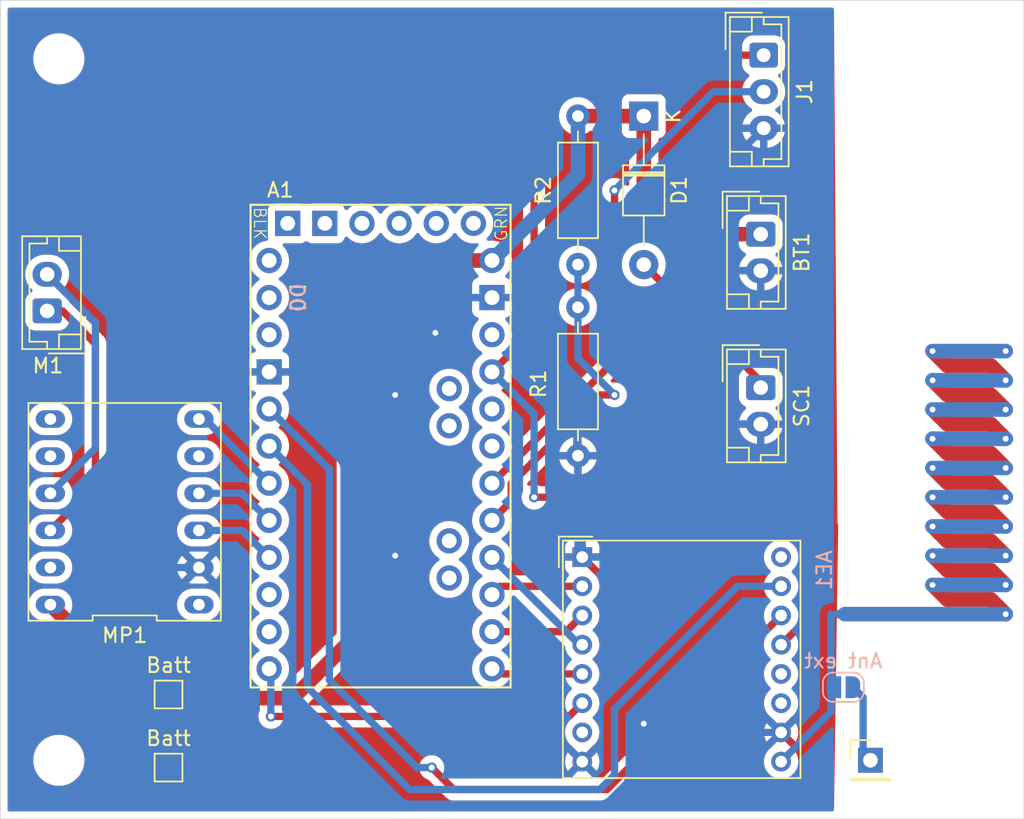
<source format=kicad_pcb>
(kicad_pcb
	(version 20241229)
	(generator "pcbnew")
	(generator_version "9.0")
	(general
		(thickness 1.6)
		(legacy_teardrops no)
	)
	(paper "A4")
	(layers
		(0 "F.Cu" signal)
		(2 "B.Cu" signal)
		(9 "F.Adhes" user "F.Adhesive")
		(11 "B.Adhes" user "B.Adhesive")
		(13 "F.Paste" user)
		(15 "B.Paste" user)
		(5 "F.SilkS" user "F.Silkscreen")
		(7 "B.SilkS" user "B.Silkscreen")
		(1 "F.Mask" user)
		(3 "B.Mask" user)
		(17 "Dwgs.User" user "User.Drawings")
		(19 "Cmts.User" user "User.Comments")
		(21 "Eco1.User" user "User.Eco1")
		(23 "Eco2.User" user "User.Eco2")
		(25 "Edge.Cuts" user)
		(27 "Margin" user)
		(31 "F.CrtYd" user "F.Courtyard")
		(29 "B.CrtYd" user "B.Courtyard")
		(35 "F.Fab" user)
		(33 "B.Fab" user)
		(39 "User.1" user)
		(41 "User.2" user)
		(43 "User.3" user)
		(45 "User.4" user)
		(47 "User.5" user)
		(49 "User.6" user)
		(51 "User.7" user)
		(53 "User.8" user)
		(55 "User.9" user)
	)
	(setup
		(pad_to_mask_clearance 0)
		(allow_soldermask_bridges_in_footprints no)
		(tenting front back)
		(pcbplotparams
			(layerselection 0x00000000_00000000_55555555_5755f5ff)
			(plot_on_all_layers_selection 0x00000000_00000000_00000000_00000000)
			(disableapertmacros no)
			(usegerberextensions no)
			(usegerberattributes yes)
			(usegerberadvancedattributes yes)
			(creategerberjobfile yes)
			(dashed_line_dash_ratio 12.000000)
			(dashed_line_gap_ratio 3.000000)
			(svgprecision 4)
			(plotframeref no)
			(mode 1)
			(useauxorigin no)
			(hpglpennumber 1)
			(hpglpenspeed 20)
			(hpglpendiameter 15.000000)
			(pdf_front_fp_property_popups yes)
			(pdf_back_fp_property_popups yes)
			(pdf_metadata yes)
			(pdf_single_document no)
			(dxfpolygonmode yes)
			(dxfimperialunits yes)
			(dxfusepcbnewfont yes)
			(psnegative no)
			(psa4output no)
			(plot_black_and_white yes)
			(sketchpadsonfab no)
			(plotpadnumbers no)
			(hidednponfab no)
			(sketchdnponfab yes)
			(crossoutdnponfab yes)
			(subtractmaskfromsilk no)
			(outputformat 1)
			(mirror no)
			(drillshape 1)
			(scaleselection 1)
			(outputdirectory "")
		)
	)
	(net 0 "")
	(net 1 "Net-(D1-A)")
	(net 2 "GND")
	(net 3 "Net-(A1-PadA0)")
	(net 4 "unconnected-(A1-PadD7)")
	(net 5 "Net-(A1-D13_SCK)")
	(net 6 "Net-(A1-D3_INT1)")
	(net 7 "unconnected-(U1-DIO3-Pad11)")
	(net 8 "Net-(A1-D10_CS)")
	(net 9 "Net-(A1-D2_INT0)")
	(net 10 "Net-(A1-D11_MOSI)")
	(net 11 "unconnected-(U1-DIO2-Pad16)")
	(net 12 "Net-(U1-RESET)")
	(net 13 "unconnected-(U1-DIO5-Pad7)")
	(net 14 "Net-(A1-D12_MISO)")
	(net 15 "unconnected-(U1-DIO4-Pad12)")
	(net 16 "unconnected-(A1-PadTXO)")
	(net 17 "Net-(MP1-IN2)")
	(net 18 "unconnected-(A1-PadA7)")
	(net 19 "Net-(J1-Pin_2)")
	(net 20 "unconnected-(A1-A5{slash}SCL-PadA5)")
	(net 21 "Net-(J1-Pin_1)")
	(net 22 "unconnected-(A1-Vcc-PadVcc2)")
	(net 23 "unconnected-(A1-PadA6)")
	(net 24 "unconnected-(A1-PadA3)")
	(net 25 "unconnected-(A1-~{DTR}-PadDTR)")
	(net 26 "unconnected-(A1-GND-PadGND5)")
	(net 27 "+BATT")
	(net 28 "Net-(MP1-nSLEEP_HB)")
	(net 29 "unconnected-(A1-GND-PadGND4)")
	(net 30 "Net-(MP1-IN1)")
	(net 31 "unconnected-(A1-A4{slash}SDA-PadA4)")
	(net 32 "unconnected-(A1-RESET-PadRST2)")
	(net 33 "unconnected-(A1-PadD8)")
	(net 34 "unconnected-(A1-PadRXI)")
	(net 35 "unconnected-(A1-D0{slash}RX-PadD0)")
	(net 36 "unconnected-(A1-PadA2)")
	(net 37 "unconnected-(A1-RESET-PadRST1)")
	(net 38 "unconnected-(A1-D1{slash}TX-PadD1)")
	(net 39 "Net-(AE1-A)")
	(net 40 "Net-(M1-+)")
	(net 41 "Net-(M1--)")
	(net 42 "unconnected-(MP1-GND-Pad11)")
	(net 43 "unconnected-(MP1-VM-Pad1)")
	(net 44 "unconnected-(MP1-VISEN-Pad5)")
	(net 45 "unconnected-(MP1-ISET-Pad8)")
	(net 46 "unconnected-(MP1-V3P3-Pad7)")
	(footprint "MountingHole:MountingHole_3mm" (layer "F.Cu") (at 137 50))
	(footprint "Connector_PinHeader_2.54mm:PinHeader_1x01_P2.54mm_Vertical" (layer "F.Cu") (at 130.5 98))
	(footprint "Connector_JST:JST_EH_B2B-EH-A_1x02_P2.50mm_Vertical" (layer "F.Cu") (at 74.2 67.25 90))
	(footprint "Resistor_THT:R_Axial_DIN0207_L6.3mm_D2.5mm_P10.16mm_Horizontal" (layer "F.Cu") (at 110.5 67 -90))
	(footprint "PCM_arduino-library:Arduino_Pro_Mini_Socket" (layer "F.Cu") (at 97 76.5))
	(footprint "MountingHole:MountingHole_3mm" (layer "F.Cu") (at 75 50))
	(footprint "TestPoint:TestPoint_Pad_1.5x1.5mm" (layer "F.Cu") (at 82.5 98.5))
	(footprint "Connector_JST:JST_EH_B3B-EH-A_1x03_P2.50mm_Vertical" (layer "F.Cu") (at 123.2 49.75 -90))
	(footprint "TestPoint:TestPoint_Pad_1.5x1.5mm" (layer "F.Cu") (at 82.5 93.5))
	(footprint "Resistor_THT:R_Axial_DIN0207_L6.3mm_D2.5mm_P10.16mm_Horizontal" (layer "F.Cu") (at 110.5 64.08 90))
	(footprint "Connector_JST:JST_EH_B2B-EH-A_1x02_P2.50mm_Vertical" (layer "F.Cu") (at 123 72.5 -90))
	(footprint "RF_Module:HOPERF_RFM9XW_THT" (layer "F.Cu") (at 110.7925 84.0925))
	(footprint "MountingHole:MountingHole_3mm" (layer "F.Cu") (at 137 98))
	(footprint "watering:MP6550" (layer "F.Cu") (at 79.5 81 90))
	(footprint "Diode_THT:D_T-1_P10.16mm_Horizontal" (layer "F.Cu") (at 115 53.92 -90))
	(footprint "MountingHole:MountingHole_3mm" (layer "F.Cu") (at 75 98))
	(footprint "Connector_JST:JST_EH_B2B-EH-A_1x02_P2.50mm_Vertical" (layer "F.Cu") (at 123 62 -90))
	(footprint "RF_Antenna:Texas_SWRA416_868MHz_915MHz" (layer "B.Cu") (at 133.95 79 90))
	(footprint "Jumper:SolderJumper-2_P1.3mm_Open_RoundedPad1.0x1.5mm" (layer "B.Cu") (at 128.65 93 180))
	(gr_rect
		(start 71 46)
		(end 141 102)
		(stroke
			(width 0.05)
			(type default)
		)
		(fill no)
		(layer "Edge.Cuts")
		(uuid "d590ec90-13aa-4b9c-8534-da103893a30c")
	)
	(segment
		(start 123 72.08)
		(end 123 72.5)
		(width 0.5)
		(layer "F.Cu")
		(net 1)
		(uuid "14e48ee1-eb58-4623-9eb7-56aa8b3da45a")
	)
	(segment
		(start 115 64.08)
		(end 123 72.08)
		(width 0.5)
		(layer "F.Cu")
		(net 1)
		(uuid "24f4aad6-79fe-46ba-9d29-514445fa9f78")
	)
	(segment
		(start 113.247525 95.637475)
		(end 110.7925 98.0925)
		(width 0.5)
		(layer "F.Cu")
		(net 2)
		(uuid "3cc010ac-7a37-4980-9423-fcfba1ec71cf")
	)
	(segment
		(start 113.247525 95.5)
		(end 113.247525 95.637475)
		(width 0.5)
		(layer "F.Cu")
		(net 2)
		(uuid "5147024b-41f1-4ba1-9784-3cd88e1be63e")
	)
	(segment
		(start 110.7925 84.0925)
		(end 113.247525 86.547525)
		(width 0.5)
		(layer "F.Cu")
		(net 2)
		(uuid "5435d153-1cb6-4e0e-a879-5a119aef5ca3")
	)
	(segment
		(start 113.247525 95.5)
		(end 115 95.5)
		(width 0.5)
		(layer "F.Cu")
		(net 2)
		(uuid "6ca63f47-015e-4fa2-87ef-8d5b76d94a41")
	)
	(segment
		(start 113.247525 86.547525)
		(end 113.247525 95.5)
		(width 0.5)
		(layer "F.Cu")
		(net 2)
		(uuid "f1fede6e-dfe7-4b73-8303-e2d935cdc641")
	)
	(via
		(at 98 73)
		(size 0.7)
		(drill 0.4)
		(layers "F.Cu" "B.Cu")
		(free yes)
		(net 2)
		(uuid "773980d8-b13b-4f32-bea1-b70a01d002df")
	)
	(via
		(at 100.75 68.75)
		(size 0.7)
		(drill 0.4)
		(layers "F.Cu" "B.Cu")
		(free yes)
		(net 2)
		(uuid "8b05f7b8-8638-42cf-bdc9-1485075b1c0c")
	)
	(via
		(at 98 84)
		(size 0.7)
		(drill 0.4)
		(layers "F.Cu" "B.Cu")
		(free yes)
		(net 2)
		(uuid "b5f36c39-52b7-4ea2-8b23-88cf6a9ae28e")
	)
	(via
		(at 115 95.5)
		(size 0.7)
		(drill 0.4)
		(layers "F.Cu" "B.Cu")
		(net 2)
		(uuid "d8a01b14-d1c9-4930-b3bb-c17c882b09e2")
	)
	(segment
		(start 108.14 71.22)
		(end 111.92 75)
		(width 0.5)
		(layer "B.Cu")
		(net 2)
		(uuid "01a6493b-2e75-4be5-a8b5-06b12e2a88c8")
	)
	(segment
		(start 118.5 59.45)
		(end 123.2 54.75)
		(width 0.5)
		(layer "B.Cu")
		(net 2)
		(uuid "052ac043-c9cd-44cf-a8fe-7980bfcf109e")
	)
	(segment
		(start 83.58 71.42)
		(end 81.5 73.5)
		(width 0.5)
		(layer "B.Cu")
		(net 2)
		(uuid "136f6068-cf89-4501-9ff3-e9e3f7822ed0")
	)
	(segment
		(start 110.5 77.16)
		(end 110.5 83.8)
		(width 0.5)
		(layer "B.Cu")
		(net 2)
		(uuid "2d800832-3c12-4e24-9bec-8fa5bcfa30ad")
	)
	(segment
		(start 110.5 83.8)
		(end 110.7925 84.0925)
		(width 0.5)
		(layer "B.Cu")
		(net 2)
		(uuid "3b720988-b154-46e5-b7a3-7cbe86c2d18a")
	)
	(segment
		(start 112 75)
		(end 118.5 75)
		(width 0.5)
		(layer "B.Cu")
		(net 2)
		(uuid "3d9601c4-397b-478f-8cd8-be3603d1c3c8")
	)
	(segment
		(start 110.42 77.08)
		(end 110.5 77.16)
		(width 0.5)
		(layer "B.Cu")
		(net 2)
		(uuid "46ccfaf5-41ff-4ae5-8848-c684a3ba16c7")
	)
	(segment
		(start 115 95.5)
		(end 115.5925 96.0925)
		(width 0.5)
		(layer "B.Cu")
		(net 2)
		(uuid "63c6e1cc-070d-4c68-a9b4-8adef13fb9a5")
	)
	(segment
		(start 118.5 66.5)
		(end 118.5 59.45)
		(width 0.5)
		(layer "B.Cu")
		(net 2)
		(uuid "651c9e5c-a190-46e5-974b-02e3a280256b")
	)
	(segment
		(start 120.5 64.5)
		(end 123 64.5)
		(width 0.5)
		(layer "B.Cu")
		(net 2)
		(uuid "6e3a7e79-0be4-4da9-8eeb-42c5c77466a2")
	)
	(segment
		(start 89.38 71.42)
		(end 83.58 71.42)
		(width 0.5)
		(layer "B.Cu")
		(net 2)
		(uuid "6ef4257d-8467-40b7-b50f-b0ae7af57c28")
	)
	(segment
		(start 95.08 71.42)
		(end 100.16 66.34)
		(width 0.5)
		(layer "B.Cu")
		(net 2)
		(uuid "7140ec08-6acb-4d39-aba0-4dc49fb321f3")
	)
	(segment
		(start 110.42 73.5)
		(end 110.42 77.08)
		(width 0.5)
		(layer "B.Cu")
		(net 2)
		(uuid "76304c22-e4bd-4c07-9ab6-dfd7e1deafb1")
	)
	(segment
		(start 81.5 83.5)
		(end 81.5 73.5)
		(width 0.5)
		(layer "B.Cu")
		(net 2)
		(uuid "76c69365-2797-4a8e-902e-0dfc360911e6")
	)
	(segment
		(start 84.58 84.81)
		(end 82.81 84.81)
		(width 0.5)
		(layer "B.Cu")
		(net 2)
		(uuid "7764b64f-cde7-44ae-b02a-e676e26a2d63")
	)
	(segment
		(start 111.92 75)
		(end 112 75)
		(width 0.5)
		(layer "B.Cu")
		(net 2)
		(uuid "79f6c648-8f20-4083-aab0-d681641c8289")
	)
	(segment
		(start 115.5925 96.0925)
		(end 124.3925 96.0925)
		(width 0.5)
		(layer "B.Cu")
		(net 2)
		(uuid "8dd0e17a-0729-4b03-bd01-43f82cf61b17")
	)
	(segment
		(start 108.14 67.64)
		(end 108.14 71.22)
		(width 0.5)
		(layer "B.Cu")
		(net 2)
		(uuid "9080a889-bc12-486c-b1d9-35b27a6a4da2")
	)
	(segment
		(start 104.62 66.34)
		(end 106.84 66.34)
		(width 0.5)
		(layer "B.Cu")
		(net 2)
		(uuid "9a57c734-3027-48ef-9c80-5141d5025109")
	)
	(segment
		(start 100.16 66.34)
		(end 104.62 66.34)
		(width 0.5)
		(layer "B.Cu")
		(net 2)
		(uuid "ad008860-6421-43a8-984d-6e61d35f0e1d")
	)
	(segment
		(start 108.14 71.22)
		(end 110.42 73.5)
		(width 0.5)
		(layer "B.Cu")
		(net 2)
		(uuid "b4e685c4-eda7-4ac3-be4d-630748f2a213")
	)
	(segment
		(start 110.42 73.5)
		(end 110.5 73.5)
		(width 0.5)
		(layer "B.Cu")
		(net 2)
		(uuid "c89538c4-8035-46de-b923-4cb011e3d746")
	)
	(segment
		(start 118.5 75)
		(end 123 75)
		(width 0.5)
		(layer "B.Cu")
		(net 2)
		(uuid "ca59d784-dc53-4d90-bf4b-861e775092dd")
	)
	(segment
		(start 118.5 66.5)
		(end 120.5 64.5)
		(width 0.5)
		(layer "B.Cu")
		(net 2)
		(uuid "d19e35f5-31ce-4ad5-a1e1-7dea601d4349")
	)
	(segment
		(start 89.38 71.42)
		(end 95.08 71.42)
		(width 0.5)
		(layer "B.Cu")
		(net 2)
		(uuid "db88e6d7-d93b-4435-bddc-0a14738c3f24")
	)
	(segment
		(start 106.84 66.34)
		(end 108.14 67.64)
		(width 0.5)
		(layer "B.Cu")
		(net 2)
		(uuid "dd7117ab-b423-4e74-b06c-a77d39b7cdce")
	)
	(segment
		(start 118.5 75)
		(end 118.5 66.5)
		(width 0.5)
		(layer "B.Cu")
		(net 2)
		(uuid "f1803eea-190d-4571-9493-98bb806bfbda")
	)
	(segment
		(start 110.5 73.5)
		(end 112 75)
		(width 0.5)
		(layer "B.Cu")
		(net 2)
		(uuid "f91a1447-61ef-4f72-bb9c-9a5ef0295953")
	)
	(segment
		(start 82.81 84.81)
		(end 81.5 83.5)
		(width 0.5)
		(layer "B.Cu")
		(net 2)
		(uuid "fce1d8c7-c5fd-4146-96fe-995d34dd011a")
	)
	(segment
		(start 112 73)
		(end 113 73)
		(width 0.5)
		(layer "F.Cu")
		(net 3)
		(uuid "0944d5d8-a3cd-46d7-b1ee-f5237f06f76b")
	)
	(segment
		(start 104.62 81.58)
		(end 105.9336 80.2664)
		(width 0.5)
		(layer "F.Cu")
		(net 3)
		(uuid "16681ce6-770e-41c6-8863-0f7e2e476d93")
	)
	(segment
		(start 105.9336 79.0664)
		(end 112 73)
		(width 0.5)
		(layer "F.Cu")
		(net 3)
		(uuid "5f6fefe5-7c48-4e40-883e-3f3ea84c6fac")
	)
	(segment
		(start 105.9336 80.2664)
		(end 105.9336 79.0664)
		(width 0.5)
		(layer "F.Cu")
		(net 3)
		(uuid "ba522ee3-f0a6-4ff4-ba29-e405722203f1")
	)
	(via
		(at 113 73)
		(size 0.7)
		(drill 0.4)
		(layers "F.Cu" "B.Cu")
		(net 3)
		(uuid "8ccae3f9-7c9e-4d33-bd37-a39f564c4a60")
	)
	(segment
		(start 110.5 70.5)
		(end 110.5 67)
		(width 0.5)
		(layer "B.Cu")
		(net 3)
		(uuid "1aebdc1a-0d1c-4e19-979f-c962e5ca9467")
	)
	(segment
		(start 113 73)
		(end 110.5 70.5)
		(width 0.5)
		(layer "B.Cu")
		(net 3)
		(uuid "ac1a11d2-f936-43c1-883d-a964544276e4")
	)
	(segment
		(start 110.5 67)
		(end 110.5 64.08)
		(width 0.5)
		(layer "B.Cu")
		(net 3)
		(uuid "de1b4dfa-1b68-4206-a163-d17e912260ca")
	)
	(segment
		(start 104.62 84.12)
		(end 110.5925 90.0925)
		(width 0.5)
		(layer "B.Cu")
		(net 5)
		(uuid "3471a08a-a8f3-4ba3-b1d5-5269d69b416e")
	)
	(segment
		(start 110.5925 90.0925)
		(end 110.7925 90.0925)
		(width 0.5)
		(layer "B.Cu")
		(net 5)
		(uuid "4a8d2fdf-0fab-43ce-9738-2093b14a1264")
	)
	(segment
		(start 92 79.12)
		(end 92 93)
		(width 0.5)
		(layer "B.Cu")
		(net 6)
		(uuid "0b9d83a1-12db-4404-a1ae-f31750befc1a")
	)
	(segment
		(start 112 100)
		(end 113 99)
		(width 0.5)
		(layer "B.Cu")
		(net 6)
		(uuid "1d291145-a9ab-44b8-a934-b29fb56aa8ea")
	)
	(segment
		(start 113 99)
		(end 113 94.5)
		(width 0.5)
		(layer "B.Cu")
		(net 6)
		(uuid "30716786-7f4d-45d5-b8d1-c298e8d10a64")
	)
	(segment
		(start 92 93)
		(end 99 100)
		(width 0.5)
		(layer "B.Cu")
		(net 6)
		(uuid "78f3049d-3607-44c9-bc00-a90302a40031")
	)
	(segment
		(start 113 94.5)
		(end 121.4075 86.0925)
		(width 0.5)
		(layer "B.Cu")
		(net 6)
		(uuid "c9a1726d-bbc2-41cf-9e96-c405dc85c213")
	)
	(segment
		(start 121.4075 86.0925)
		(end 124.3925 86.0925)
		(width 0.5)
		(layer "B.Cu")
		(net 6)
		(uuid "ea8719fb-9dde-49fe-be26-a44aaa908578")
	)
	(segment
		(start 89.38 76.5)
		(end 92 79.12)
		(width 0.5)
		(layer "B.Cu")
		(net 6)
		(uuid "f4f98c21-edd9-43d8-b516-76722114eea5")
	)
	(segment
		(start 99 100)
		(end 112 100)
		(width 0.5)
		(layer "B.Cu")
		(net 6)
		(uuid "f89390de-7ec3-45b7-945d-fc85d7a14c95")
	)
	(segment
		(start 110.7925 92.0925)
		(end 104.9725 92.0925)
		(width 0.5)
		(layer "F.Cu")
		(net 8)
		(uuid "07cb6e0b-ef75-4848-a28a-9bf78b7c3c3d")
	)
	(segment
		(start 104.9725 92.0925)
		(end 104.62 91.74)
		(width 0.5)
		(layer "F.Cu")
		(net 8)
		(uuid "ab71b29f-c2db-43e0-a922-7a5fa68fbd3e")
	)
	(segment
		(start 100.5 98.5)
		(end 102 100)
		(width 0.5)
		(layer "F.Cu")
		(net 9)
		(uuid "03726878-e5b1-4610-a872-f341673a70e2")
	)
	(segment
		(start 102 100)
		(end 112.485 100)
		(width 0.5)
		(layer "F.Cu")
		(net 9)
		(uuid "09d26ec8-f4f9-4ddd-bf26-c8fd283a1ce3")
	)
	(segment
		(start 112.485 100)
		(end 124.3925 88.0925)
		(width 0.5)
		(layer "F.Cu")
		(net 9)
		(uuid "22a19ade-1561-40fd-b4ff-3c62148649bd")
	)
	(via
		(at 100.5 98.5)
		(size 0.7)
		(drill 0.4)
		(layers "F.Cu" "B.Cu")
		(net 9)
		(uuid "5ec9aac8-9d25-4663-bb9b-4bf2b8b6a358")
	)
	(segment
		(start 99.5 98.5)
		(end 100.5 98.5)
		(width 0.5)
		(layer "B.Cu")
		(net 9)
		(uuid "198686de-ba57-4b8f-bd80-e7bd98687b74")
	)
	(segment
		(start 93.5 92.5)
		(end 99.5 98.5)
		(width 0.5)
		(layer "B.Cu")
		(net 9)
		(uuid "96bfa899-a679-426f-b60b-2163d5209b44")
	)
	(segment
		(start 89.38 73.96)
		(end 93.5 78.08)
		(width 0.5)
		(layer "B.Cu")
		(net 9)
		(uuid "d649a2d1-18d5-4a64-9ed4-253557180c42")
	)
	(segment
		(start 93.5 78.08)
		(end 93.5 92.5)
		(width 0.5)
		(layer "B.Cu")
		(net 9)
		(uuid "e3b5c985-d3c8-4de8-af93-d040cab3e59e")
	)
	(segment
		(start 109.685 89.2)
		(end 110.7925 88.0925)
		(width 0.5)
		(layer "F.Cu")
		(net 10)
		(uuid "7baea109-2641-4403-851d-429594a3f9e1")
	)
	(segment
		(start 104.62 89.2)
		(end 109.685 89.2)
		(width 0.5)
		(layer "F.Cu")
		(net 10)
		(uuid "98e7f1e6-a8c8-4981-8acf-4e7054db1c04")
	)
	(segment
		(start 89.5 95)
		(end 109.885 95)
		(width 0.5)
		(layer "F.Cu")
		(net 12)
		(uuid "bd24390f-7579-4568-9620-68ca57c53004")
	)
	(segment
		(start 109.885 95)
		(end 110.7925 94.0925)
		(width 0.5)
		(layer "F.Cu")
		(net 12)
		(uuid "ec7eb80e-f9fd-43a8-9b19-88a49a4a924e")
	)
	(via
		(at 89.5 95)
		(size 0.7)
		(drill 0.4)
		(layers "F.Cu" "B.Cu")
		(net 12)
		(uuid "98214090-e77e-44c9-b79d-28b90254ee4d")
	)
	(segment
		(start 89.5 91.86)
		(end 89.38 91.74)
		(width 0.5)
		(layer "B.Cu")
		(net 12)
		(uuid "577396a6-25f6-4f92-ac0f-289542314bbe")
	)
	(segment
		(start 89.5 95)
		(end 89.5 91.86)
		(width 0.5)
		(layer "B.Cu")
		(net 12)
		(uuid "98bc5129-2747-476b-ac90-79811b7888e2")
	)
	(segment
		(start 105.1875 86.0925)
		(end 104.62 86.66)
		(width 0.5)
		(layer "F.Cu")
		(net 14)
		(uuid "07491fba-6c16-47bf-b947-e0702a8161ca")
	)
	(segment
		(start 110.7925 86.0925)
		(end 105.1875 86.0925)
		(width 0.5)
		(layer "F.Cu")
		(net 14)
		(uuid "3229078c-e77e-4eb8-a12a-452b6d24850e")
	)
	(segment
		(start 87.53 82.27)
		(end 89.38 84.12)
		(width 0.5)
		(layer "B.Cu")
		(net 17)
		(uuid "50c1f31e-ec70-4b46-a524-55aa2258f396")
	)
	(segment
		(start 84.58 82.27)
		(end 87.53 82.27)
		(width 0.5)
		(layer "B.Cu")
		(net 17)
		(uuid "f5db03b6-979f-4067-86bb-30cb8666e880")
	)
	(segment
		(start 113 70.66)
		(end 113 59)
		(width 0.5)
		(layer "F.Cu")
		(net 19)
		(uuid "19fd97e5-20e0-4c3f-952a-8bf3a06c7282")
	)
	(segment
		(start 104.62 79.04)
		(end 113 70.66)
		(width 0.5)
		(layer "F.Cu")
		(net 19)
		(uuid "5bc6df40-a8bd-42b8-82a6-a79f95252038")
	)
	(via
		(at 113 59)
		(size 0.7)
		(drill 0.4)
		(layers "F.Cu" "B.Cu")
		(net 19)
		(uuid "fa967999-759d-409b-87eb-46e7282e79bd")
	)
	(segment
		(start 113 59)
		(end 119.75 52.25)
		(width 0.5)
		(layer "B.Cu")
		(net 19)
		(uuid "83205371-6acf-467c-aca1-f4a41361322e")
	)
	(segment
		(start 119.75 52.25)
		(end 123.2 52.25)
		(width 0.5)
		(layer "B.Cu")
		(net 19)
		(uuid "d634d9bc-4946-4806-926c-c21552cb79a0")
	)
	(segment
		(start 110.25 49.75)
		(end 123.2 49.75)
		(width 0.5)
		(layer "F.Cu")
		(net 21)
		(uuid "0fc51f2e-cbc1-4b99-a0ca-d9d6739f985b")
	)
	(segment
		(start 123.5 80)
		(end 107.5 80)
		(width 0.5)
		(layer "F.Cu")
		(net 21)
		(uuid "22debf47-8d46-481c-928a-bd2216051f3b")
	)
	(segment
		(start 124.3925 90.0925)
		(end 126 88.485)
		(width 0.5)
		(layer "F.Cu")
		(net 21)
		(uuid "7e43788d-2c33-445f-9682-e03a23839291")
	)
	(segment
		(start 104.62 71.42)
		(end 107.5 68.54)
		(width 0.5)
		(layer "F.Cu")
		(net 21)
		(uuid "ab88f627-56a0-4e07-bb52-a1bb1b83921a")
	)
	(segment
		(start 107.5 68.54)
		(end 107.5 52.5)
		(width 0.5)
		(layer "F.Cu")
		(net 21)
		(uuid "aefa3ce5-3510-4b0e-8855-7e1a824f8c86")
	)
	(segment
		(start 107.5 52.5)
		(end 110.25 49.75)
		(width 0.5)
		(layer "F.Cu")
		(net 21)
		(uuid "bcaef91a-1a3d-4601-bdaf-42b587192c74")
	)
	(segment
		(start 126 88.485)
		(end 126 82.5)
		(width 0.5)
		(layer "F.Cu")
		(net 21)
		(uuid "c756e324-203b-4425-a9e3-a7a814b23732")
	)
	(segment
		(start 126 82.5)
		(end 123.5 80)
		(width 0.5)
		(layer "F.Cu")
		(net 21)
		(uuid "c89018f7-d25c-4032-acaa-0a0fe7c1602f")
	)
	(via
		(at 107.5 80)
		(size 0.7)
		(drill 0.4)
		(layers "F.Cu" "B.Cu")
		(net 21)
		(uuid "810c2333-d3db-4f68-b419-e4912c685650")
	)
	(segment
		(start 104.62 71.42)
		(end 107.5 74.3)
		(width 0.5)
		(layer "B.Cu")
		(net 21)
		(uuid "04e9e44b-dd4e-49b0-b7d0-9e2187c9d061")
	)
	(segment
		(start 107.5 74.3)
		(end 107.5 80)
		(width 0.5)
		(layer "B.Cu")
		(net 21)
		(uuid "1adc6af4-98e0-42d1-86ec-115fbbdca25a")
	)
	(segment
		(start 104.62 63.8)
		(end 101.95 63.8)
		(width 1)
		(layer "F.Cu")
		(net 27)
		(uuid "00f53cef-e82f-47d7-a429-75c7a6bd7ae0")
	)
	(segment
		(start 95 89.75)
		(end 91 93.75)
		(width 1)
		(layer "F.Cu")
		(net 27)
		(uuid "2441cf76-2aa1-4373-a0bb-2e2b98a087c8")
	)
	(segment
		(start 115 60.5)
		(end 115 53.92)
		(width 1)
		(layer "F.Cu")
		(net 27)
		(uuid "45a25931-8d30-48a7-b19a-a2f1eb5da11f")
	)
	(segment
		(start 91 93.75)
		(end 80.82 93.75)
		(width 1)
		(layer "F.Cu")
		(net 27)
		(uuid "52f03036-ae55-4098-90f8-87ba3529f2aa")
	)
	(segment
		(start 95 70.75)
		(end 95 89.75)
		(width 1)
		(layer "F.Cu")
		(net 27)
		(uuid "8f9c5de9-3163-450a-adcb-90e8824f451f")
	)
	(segment
		(start 123 62)
		(end 116.5 62)
		(width 1)
		(layer "F.Cu")
		(net 27)
		(uuid "abde6fbc-139c-4f46-840b-5138c3955327")
	)
	(segment
		(start 101.95 63.8)
		(end 95 70.75)
		(width 1)
		(layer "F.Cu")
		(net 27)
		(uuid "c3c1a691-86cb-4e94-9bce-0f20cb62ec69")
	)
	(segment
		(start 115 53.92)
		(end 110.5 53.92)
		(width 1)
		(layer "F.Cu")
		(net 27)
		(uuid "c4bb4641-47e0-471e-b881-2cf13ab5fd60")
	)
	(segment
		(start 116.5 62)
		(end 115 60.5)
		(width 1)
		(layer "F.Cu")
		(net 27)
		(uuid "c789cd73-a850-48c7-bf0d-ad81156b826c")
	)
	(segment
		(start 80.82 93.75)
		(end 74.42 87.35)
		(width 1)
		(layer "F.Cu")
		(net 27)
		(uuid "cc7f2f5c-0740-4283-a1f7-a1ba2835a7a7")
	)
	(segment
		(start 110.5 57.92)
		(end 110.5 53.92)
		(width 1)
		(layer "B.Cu")
		(net 27)
		(uuid "05bac9c9-c269-4312-b593-2f261431db90")
	)
	(segment
		(start 104.62 63.8)
		(end 110.5 57.92)
		(width 1)
		(layer "B.Cu")
		(net 27)
		(uuid "90616f55-83ec-4902-9533-1b95a8aaa390")
	)
	(segment
		(start 84.99 74.65)
		(end 89.38 79.04)
		(width 0.5)
		(layer "B.Cu")
		(net 28)
		(uuid "61ae116e-14f4-4620-a30b-09857123a10c")
	)
	(segment
		(start 84.58 74.65)
		(end 84.99 74.65)
		(width 0.5)
		(layer "B.Cu")
		(net 28)
		(uuid "d2754008-41b5-413d-8c4a-83a7862c2561")
	)
	(segment
		(start 87.53 79.73)
		(end 89.38 81.58)
		(width 0.5)
		(layer "B.Cu")
		(net 30)
		(uuid "1fccbedb-fcb2-4b1d-ad6f-84f22efaf8ce")
	)
	(segment
		(start 84.58 79.73)
		(end 87.53 79.73)
		(width 0.5)
		(layer "B.Cu")
		(net 30)
		(uuid "b14e9416-f8ad-44da-88e3-e3f6d22dc9be")
	)
	(segment
		(start 130 97.5)
		(end 130 93.7)
		(width 0.5)
		(layer "B.Cu")
		(net 39)
		(uuid "30213efe-d97d-4ec9-9f2e-6699733f2867")
	)
	(segment
		(start 127.8 94.685)
		(end 127.8 93)
		(width 0.5)
		(layer "B.Cu")
		(net 39)
		(uuid "37d80f2b-0139-4c23-b0a8-da00095a608d")
	)
	(segment
		(start 130.5 98)
		(end 130 97.5)
		(width 0.5)
		(layer "B.Cu")
		(net 39)
		(uuid "7ba25b69-915d-4bd2-9b86-b0f555153e3a")
	)
	(segment
		(start 124.3925 98.0925)
		(end 127.8 94.685)
		(width 0.5)
		(layer "B.Cu")
		(net 39)
		(uuid "96c25340-9694-49f4-baea-f154c56f105e")
	)
	(segment
		(start 128 93)
		(end 127.8 93)
		(width 0.5)
		(layer "B.Cu")
		(net 39)
		(uuid "b4448ea1-9e04-48d9-a497-1a1b8180068e")
	)
	(segment
		(start 127.8 92.5)
		(end 127.8 88)
		(width 0.5)
		(layer "B.Cu")
		(net 39)
		(uuid "c8fbe38b-a11c-4166-922d-e89bfc9ab26b")
	)
	(segment
		(start 127.8 93)
		(end 127.8 92.5)
		(width 0.5)
		(layer "B.Cu")
		(net 39)
		(uuid "e43a100d-83c8-4466-8b9a-80f9f0d04a18")
	)
	(segment
		(start 130 93.7)
		(end 129.3 93)
		(width 0.5)
		(layer "B.Cu")
		(net 39)
		(uuid "ff324b3a-4400-4b27-95e9-ea5078fd97bc")
	)
	(segment
		(start 77.5 79.19)
		(end 74.42 82.27)
		(width 0.5)
		(layer "F.Cu")
		(net 40)
		(uuid "94212de4-0a9f-455d-959c-35073c992c40")
	)
	(segment
		(start 75.25 67.25)
		(end 77.5 69.5)
		(width 0.5)
		(layer "F.Cu")
		(net 40)
		(uuid "a9eeae35-3ee1-466d-a898-695ce5495483")
	)
	(segment
		(start 74.2 67.25)
		(end 75.25 67.25)
		(width 0.5)
		(layer "F.Cu")
		(net 40)
		(uuid "e92490d2-c712-4e4a-88df-d4c8dd4a2075")
	)
	(segment
		(start 77.5 69.5)
		(end 77.5 79.19)
		(width 0.5)
		(layer "F.Cu")
		(net 40)
		(uuid "fa29b574-e311-4b6c-b69a-29abb61657ff")
	)
	(segment
		(start 77.5 76.65)
		(end 74.42 79.73)
		(width 0.5)
		(layer "B.Cu")
		(net 41)
		(uuid "408f4d68-b14d-461e-b7f8-306b0fe228f4")
	)
	(segment
		(start 77.5 68.05)
		(end 77.5 76.65)
		(width 0.5)
		(layer "B.Cu")
		(net 41)
		(uuid "b2268700-7c38-429b-a379-a228dfbd3e72")
	)
	(segment
		(start 74.2 64.75)
		(end 77.5 68.05)
		(width 0.5)
		(layer "B.Cu")
		(net 41)
		(uuid "c9c31108-7294-4e88-b98f-e4a7b7303405")
	)
	(zone
		(net 2)
		(net_name "GND")
		(layer "F.Cu")
		(uuid "0cd623d3-ee7b-4aa4-8ec6-a1a6d3e56360")
		(hatch edge 0.5)
		(connect_pads
			(clearance 0.5)
		)
		(min_thickness 0.25)
		(filled_areas_thickness no)
		(fill yes
			(thermal_gap 0.5)
			(thermal_bridge_width 0.5)
		)
		(polygon
			(pts
				(xy 128 102) (xy 128.3 81.8) (xy 128.25 81.8) (xy 128 46) (xy 71 46) (xy 71 102)
			)
		)
		(filled_polygon
			(layer "F.Cu")
			(pts
				(xy 106.769019 80.497477) (xy 106.800236 80.505445) (xy 106.802626 80.507711) (xy 106.80504 80.508446)
				(xy 106.8118 80.516407) (xy 106.834702 80.538116) (xy 106.83551 80.537454) (xy 106.839376 80.542165)
				(xy 106.957837 80.660626) (xy 107.003815 80.691347) (xy 107.097137 80.753703) (xy 107.251918 80.817816)
				(xy 107.414649 80.850185) (xy 107.416228 80.850499) (xy 107.416232 80.8505) (xy 107.416233 80.8505)
				(xy 107.583768 80.8505) (xy 107.583769 80.850499) (xy 107.748082 80.817816) (xy 107.887808 80.759938)
				(xy 107.935261 80.7505) (xy 123.13777 80.7505) (xy 123.204809 80.770185) (xy 123.225451 80.786819)
				(xy 125.213181 82.774549) (xy 125.227884 82.801476) (xy 125.244477 82.827295) (xy 125.245368 82.833495)
				(xy 125.246666 82.835872) (xy 125.2495 82.86223) (xy 125.2495 83.018785) (xy 125.229815 83.085824)
				(xy 125.177011 83.131579) (xy 125.107853 83.141523) (xy 125.052615 83.119103) (xy 125.008599 83.087124)
				(xy 125.008598 83.087123) (xy 125.008596 83.087122) (xy 124.955779 83.06021) (xy 124.843735 83.00312)
				(xy 124.843732 83.003119) (xy 124.667765 82.945945) (xy 124.528597 82.923903) (xy 124.485014 82.917)
				(xy 124.299986 82.917) (xy 124.256415 82.923901) (xy 124.117234 82.945945) (xy 123.941267 83.003119)
				(xy 123.941264 83.00312) (xy 123.776403 83.087122) (xy 123.690999 83.149172) (xy 123.626713 83.195879)
				(xy 123.626711 83.195881) (xy 123.62671 83.195881) (xy 123.495881 83.32671) (xy 123.495881 83.326711)
				(xy 123.495879 83.326713) (xy 123.464066 83.3705) (xy 123.387122 83.476403) (xy 123.30312 83.641264)
				(xy 123.303119 83.641267) (xy 123.245945 83.817234) (xy 123.217 83.999986) (xy 123.217 84.185013)
				(xy 123.245945 84.367765) (xy 123.303119 84.543732) (xy 123.30312 84.543735) (xy 123.360122 84.655606)
				(xy 123.387122 84.708596) (xy 123.495879 84.858287) (xy 123.626713 84.989121) (xy 123.630932 84.992186)
				(xy 123.673594 85.047519) (xy 123.679569 85.117133) (xy 123.646959 85.178926) (xy 123.630932 85.192814)
				(xy 123.62671 85.195881) (xy 123.495881 85.32671) (xy 123.495881 85.326711) (xy 123.495879 85.326713)
				(xy 123.46068 85.37516) (xy 123.387122 85.476403) (xy 123.30312 85.641264) (xy 123.303119 85.641267)
				(xy 123.245945 85.817234) (xy 123.217 85.999986) (xy 123.217 86.185013) (xy 123.245945 86.367765)
				(xy 123.303119 86.543732) (xy 123.30312 86.543735) (xy 123.387122 86.708596) (xy 123.495879 86.858287)
				(xy 123.626713 86.989121) (xy 123.630921 86.992178) (xy 123.630932 86.992186) (xy 123.673594 87.047519)
				(xy 123.679569 87.117133) (xy 123.646959 87.178926) (xy 123.630932 87.192814) (xy 123.62671 87.195881)
				(xy 123.495881 87.32671) (xy 123.495881 87.326711) (xy 123.495879 87.326713) (xy 123.460837 87.374944)
				(xy 123.387122 87.476403) (xy 123.30312 87.641264) (xy 123.303119 87.641267) (xy 123.245945 87.817234)
				(xy 123.217 87.999986) (xy 123.217 88.155269) (xy 123.197315 88.222308) (xy 123.180681 88.24295)
				(xy 112.210451 99.213181) (xy 112.149128 99.246666) (xy 112.12277 99.2495) (xy 111.54993 99.2495)
				(xy 111.482891 99.229815) (xy 111.437136 99.177011) (xy 111.426312 99.115774) (xy 111.428931 99.082483)
				(xy 110.838948 98.4925) (xy 110.845161 98.4925) (xy 110.946894 98.465241) (xy 111.038106 98.41258)
				(xy 111.11258 98.338106) (xy 111.165241 98.246894) (xy 111.1925 98.145161) (xy 111.1925 98.138947)
				(xy 111.782483 98.72893) (xy 111.782484 98.72893) (xy 111.797442 98.708345) (xy 111.797447 98.708336)
				(xy 111.881415 98.543543) (xy 111.881416 98.54354) (xy 111.938566 98.367647) (xy 111.9675 98.184973)
				(xy 111.9675 98.000026) (xy 111.938566 97.817352) (xy 111.881416 97.641459) (xy 111.881415 97.641456)
				(xy 111.797449 97.476665) (xy 111.782483 97.456068) (xy 111.1925 98.046051) (xy 111.1925 98.039839)
				(xy 111.165241 97.938106) (xy 111.11258 97.846894) (xy 111.038106 97.77242) (xy 110.946894 97.719759)
				(xy 110.845161 97.6925) (xy 110.838947 97.6925) (xy 111.453175 97.078271) (xy 111.483665 97.043336)
				(xy 111.558287 96.989121) (xy 111.689121 96.858287) (xy 111.797878 96.708596) (xy 111.881879 96.543735)
				(xy 111.939055 96.367764) (xy 111.968 96.185014) (xy 111.968 95.999986) (xy 111.939055 95.817236)
				(xy 111.881879 95.641265) (xy 111.881879 95.641264) (xy 111.798012 95.476667) (xy 111.797878 95.476404)
				(xy 111.689121 95.326713) (xy 111.558287 95.195879) (xy 111.554076 95.192819) (xy 111.511409 95.137494)
				(xy 111.505426 95.067881) (xy 111.538029 95.006085) (xy 111.55407 94.992184) (xy 111.558287 94.989121)
				(xy 111.689121 94.858287) (xy 111.797878 94.708596) (xy 111.881879 94.543735) (xy 111.939055 94.367764)
				(xy 111.968 94.185014) (xy 111.968 93.999986) (xy 111.939055 93.817236) (xy 111.881879 93.641265)
				(xy 111.881879 93.641264) (xy 111.797877 93.476403) (xy 111.689121 93.326713) (xy 111.558287 93.195879)
				(xy 111.554076 93.192819) (xy 111.511409 93.137494) (xy 111.505426 93.067881) (xy 111.538029 93.006085)
				(xy 111.55407 92.992184) (xy 111.558287 92.989121) (xy 111.689121 92.858287) (xy 111.797878 92.708596)
				(xy 111.881879 92.543735) (xy 111.939055 92.367764) (xy 111.968 92.185014) (xy 111.968 91.999986)
				(xy 111.939055 91.817236) (xy 111.881879 91.641265) (xy 111.881879 91.641264) (xy 111.797877 91.476403)
				(xy 111.757314 91.420573) (xy 111.689121 91.326713) (xy 111.558287 91.195879) (xy 111.554076 91.192819)
				(xy 111.511409 91.137494) (xy 111.505426 91.067881) (xy 111.538029 91.006085) (xy 111.55407 90.992184)
				(xy 111.558287 90.989121) (xy 111.689121 90.858287) (xy 111.797878 90.708596) (xy 111.881879 90.543735)
				(xy 111.939055 90.367764) (xy 111.968 90.185014) (xy 111.968 89.999986) (xy 111.939055 89.817236)
				(xy 111.881879 89.641265) (xy 111.881879 89.641264) (xy 111.797877 89.476403) (xy 111.689121 89.326713)
				(xy 111.558287 89.195879) (xy 111.554076 89.192819) (xy 111.511409 89.137494) (xy 111.505426 89.067881)
				(xy 111.538029 89.006085) (xy 111.55407 88.992184) (xy 111.558287 88.989121) (xy 111.689121 88.858287)
				(xy 111.797878 88.708596) (xy 111.881879 88.543735) (xy 111.939055 88.367764) (xy 111.968 88.185014)
				(xy 111.968 87.999986) (xy 111.939055 87.817236) (xy 111.881879 87.641265) (xy 111.881879 87.641264)
				(xy 111.797877 87.476403) (xy 111.794605 87.471899) (xy 111.689121 87.326713) (xy 111.558287 87.195879)
				(xy 111.554076 87.192819) (xy 111.511409 87.137494) (xy 111.505426 87.067881) (xy 111.538029 87.006085)
				(xy 111.55407 86.992184) (xy 111.558287 86.989121) (xy 111.689121 86.858287) (xy 111.797878 86.708596)
				(xy 111.881879 86.543735) (xy 111.939055 86.367764) (xy 111.968 86.185014) (xy 111.968 85.999986)
				(xy 111.939055 85.817236) (xy 111.881879 85.641265) (xy 111.881879 85.641264) (xy 111.823455 85.526601)
				(xy 111.797878 85.476404) (xy 111.713659 85.360487) (xy 111.69018 85.294683) (xy 111.706005 85.226629)
				(xy 111.739667 85.188336) (xy 111.82469 85.124686) (xy 111.91085 85.009593) (xy 111.910854 85.009586)
				(xy 111.961096 84.874879) (xy 111.961098 84.874872) (xy 111.967499 84.815344) (xy 111.9675 84.815327)
				(xy 111.9675 84.3425) (xy 111.108186 84.3425) (xy 111.11258 84.338106) (xy 111.165241 84.246894)
				(xy 111.1925 84.145161) (xy 111.1925 84.039839) (xy 111.165241 83.938106) (xy 111.11258 83.846894)
				(xy 111.108186 83.8425) (xy 111.9675 83.8425) (xy 111.9675 83.369672) (xy 111.967499 83.369655)
				(xy 111.961098 83.310127) (xy 111.961096 83.31012) (xy 111.910854 83.175413) (xy 111.91085 83.175406)
				(xy 111.82469 83.060312) (xy 111.824687 83.060309) (xy 111.709593 82.974149) (xy 111.709586 82.974145)
				(xy 111.574879 82.923903) (xy 111.574872 82.923901) (xy 111.515344 82.9175) (xy 111.0425 82.9175)
				(xy 111.0425 83.776814) (xy 111.038106 83.77242) (xy 110.946894 83.719759) (xy 110.845161 83.6925)
				(xy 110.739839 83.6925) (xy 110.638106 83.719759) (xy 110.546894 83.77242) (xy 110.5425 83.776814)
				(xy 110.5425 82.9175) (xy 110.069655 82.9175) (xy 110.010127 82.923901) (xy 110.01012 82.923903)
				(xy 109.875413 82.974145) (xy 109.875406 82.974149) (xy 109.760312 83.060309) (xy 109.760309 83.060312)
				(xy 109.674149 83.175406) (xy 109.674145 83.175413) (xy 109.623903 83.31012) (xy 109.623901 83.310127)
				(xy 109.6175 83.369655) (xy 109.6175 83.8425) (xy 110.476814 83.8425) (xy 110.47242 83.846894) (xy 110.419759 83.938106)
				(xy 110.3925 84.039839) (xy 110.3925 84.145161) (xy 110.419759 84.246894) (xy 110.47242 84.338106)
				(xy 110.476814 84.3425) (xy 109.6175 84.3425) (xy 109.6175 84.815344) (xy 109.623901 84.874872)
				(xy 109.623903 84.874879) (xy 109.674145 85.009586) (xy 109.674149 85.009593) (xy 109.760309 85.124687)
				(xy 109.765941 85.130319) (xy 109.799426 85.191642) (xy 109.794442 85.261334) (xy 109.75257 85.317267)
				(xy 109.687106 85.341684) (xy 109.67826 85.342) (xy 105.62649 85.342) (xy 105.559451 85.322315)
				(xy 105.513696 85.269511) (xy 105.503752 85.200353) (xy 105.532777 85.136797) (xy 105.538809 85.130319)
				(xy 105.582006 85.087122) (xy 105.660477 85.008651) (xy 105.786683 84.834944) (xy 105.884161 84.643633)
				(xy 105.950511 84.439427) (xy 105.9841 84.227357) (xy 105.9841 84.012643) (xy 105.950511 83.800573)
				(xy 105.884161 83.596367) (xy 105.884161 83.596366) (xy 105.838947 83.50763) (xy 105.786683 83.405056)
				(xy 105.660477 83.231349) (xy 105.508651 83.079523) (xy 105.334944 82.953317) (xy 105.334943 82.953316)
				(xy 105.331002 82.950453) (xy 105.332405 82.948521) (xy 105.292078 82.904073) (xy 105.280558 82.83516)
				(xy 105.308125 82.770958) (xy 105.331709 82.750521) (xy 105.331002 82.749547) (xy 105.334944 82.746683)
				(xy 105.508651 82.620477) (xy 105.660477 82.468651) (xy 105.786683 82.294944) (xy 105.884161 82.103633)
				(xy 105.950511 81.899427) (xy 105.9841 81.687357) (xy 105.9841 81.472643) (xy 105.967269 81.366381)
				(xy 105.976223 81.297092) (xy 106.002058 81.259308) (xy 106.516552 80.744816) (xy 106.592934 80.6305)
				(xy 106.598684 80.621895) (xy 106.623488 80.562012) (xy 106.624688 80.559453) (xy 106.646023 80.535321)
				(xy 106.666242 80.510231) (xy 106.669026 80.509304) (xy 106.670968 80.507108) (xy 106.701962 80.498341)
				(xy 106.732536 80.488166) (xy 106.735377 80.488891) (xy 106.7382 80.488093)
			)
		)
		(filled_polygon
			(layer "F.Cu")
			(pts
				(xy 103.5214 64.820185) (xy 103.567155 64.872989) (xy 103.577099 64.942147) (xy 103.548074 65.005703)
				(xy 103.521158 65.027393) (xy 103.521411 65.027731) (xy 103.399212 65.119209) (xy 103.399209 65.119212)
				(xy 103.313049 65.234306) (xy 103.313045 65.234313) (xy 103.262803 65.36902) (xy 103.262801 65.369027)
				(xy 103.2564 65.428555) (xy 103.2564 66.09) (xy 104.177749 66.09) (xy 104.146619 66.143919) (xy 104.112 66.27312)
				(xy 104.112 66.40688) (xy 104.146619 66.536081) (xy 104.177749 66.59) (xy 103.2564 66.59) (xy 103.2564 67.251444)
				(xy 103.262801 67.310972) (xy 103.262803 67.310979) (xy 103.313045 67.445686) (xy 103.313049 67.445693)
				(xy 103.399209 67.560787) (xy 103.399212 67.56079) (xy 103.514306 67.64695) (xy 103.514313 67.646954)
				(xy 103.631863 67.690797) (xy 103.687797 67.732668) (xy 103.712214 67.798132) (xy 103.697363 67.866405)
				(xy 103.676212 67.89466) (xy 103.579522 67.99135) (xy 103.453317 68.165055) (xy 103.355838 68.356366)
				(xy 103.355837 68.356369) (xy 103.289489 68.560571) (xy 103.2559 68.772643) (xy 103.2559 68.987356)
				(xy 103.289489 69.199428) (xy 103.355837 69.40363) (xy 103.355838 69.403633) (xy 103.453317 69.594944)
				(xy 103.579523 69.768651) (xy 103.731349 69.920477) (xy 103.905056 70.046683) (xy 103.908998 70.049547)
				(xy 103.907624 70.051437) (xy 103.94803 70.096152) (xy 103.959411 70.165089) (xy 103.931715 70.229235)
				(xy 103.908314 70.249511) (xy 103.908998 70.250453) (xy 103.905056 70.253316) (xy 103.905056 70.253317)
				(xy 103.731349 70.379523) (xy 103.731347 70.379525) (xy 103.731346 70.379525) (xy 103.579525 70.531346)
				(xy 103.579525 70.531347) (xy 103.579523 70.531349) (xy 103.539757 70.586082) (xy 103.453317 70.705055)
				(xy 103.355838 70.896366) (xy 103.355837 70.896369) (xy 103.289489 71.100571) (xy 103.256883 71.306437)
				(xy 103.2559 71.312643) (xy 103.2559 71.527357) (xy 103.264343 71.580663) (xy 103.289489 71.739428)
				(xy 103.355837 71.94363) (xy 103.355838 71.943633) (xy 103.40849 72.046967) (xy 103.453317 72.134944)
				(xy 103.579523 72.308651) (xy 103.731349 72.460477) (xy 103.821111 72.525693) (xy 103.908998 72.589547)
				(xy 103.907624 72.591437) (xy 103.94803 72.636152) (xy 103.959411 72.705089) (xy 103.931715 72.769235)
				(xy 103.908314 72.789511) (xy 103.908998 72.790453) (xy 103.905056 72.793316) (xy 103.905056 72.793317)
				(xy 103.731349 72.919523) (xy 103.731347 72.919525) (xy 103.731346 72.919525) (xy 103.579525 73.071346)
				(xy 103.579525 73.071347) (xy 103.579523 73.071349) (xy 103.570501 73.083767) (xy 103.453317 73.245055)
				(xy 103.355838 73.436366) (xy 103.355837 73.436369) (xy 103.289489 73.640571) (xy 103.266643 73.784814)
				(xy 103.2559 73.852643) (xy 103.2559 74.067357) (xy 103.264324 74.120541) (xy 103.289489 74.279428)
				(xy 103.355837 74.48363) (xy 103.355838 74.483633) (xy 103.453317 74.674944) (xy 103.579523 74.848651)
				(xy 103.731349 75.000477) (xy 103.830407 75.072447) (xy 103.908998 75.129547) (xy 103.907624 75.131437)
				(xy 103.94803 75.176152) (xy 103.959411 75.245089) (xy 103.931715 75.309235) (xy 103.908314 75.329511)
				(xy 103.908998 75.330453) (xy 103.905056 75.333316) (xy 103.905056 75.333317) (xy 103.731349 75.459523)
				(xy 103.731347 75.459525) (xy 103.731346 75.459525) (xy 103.579525 75.611346) (xy 103.579525 75.611347)
				(xy 103.579523 75.611349) (xy 103.562899 75.63423) (xy 103.453317 75.785055) (xy 103.355838 75.976366)
				(xy 103.355837 75.976369) (xy 103.289489 76.180571) (xy 103.274171 76.277283) (xy 103.2559 76.392643)
				(xy 103.2559 76.607357) (xy 103.25725 76.615882) (xy 103.289489 76.819428) (xy 103.355837 77.02363)
				(xy 103.355838 77.023633) (xy 103.398489 77.107339) (xy 103.453317 77.214944) (xy 103.579523 77.388651)
				(xy 103.731349 77.540477) (xy 103.830407 77.612447) (xy 103.908998 77.669547) (xy 103.907624 77.671437)
				(xy 103.94803 77.716152) (xy 103.959411 77.785089) (xy 103.931715 77.849235) (xy 103.908314 77.869511)
				(xy 103.908998 77.870453) (xy 103.905056 77.873316) (xy 103.905056 77.873317) (xy 103.731349 77.999523)
				(xy 103.731347 77.999525) (xy 103.731346 77.999525) (xy 103.579525 78.151346) (xy 103.579525 78.151347)
				(xy 103.579523 78.151349) (xy 103.579354 78.151582) (xy 103.453317 78.325055) (xy 103.355838 78.516366)
				(xy 103.355837 78.516369) (xy 103.289489 78.720571) (xy 103.289489 78.720573) (xy 103.2559 78.932643)
				(xy 103.2559 79.147357) (xy 103.261416 79.182182) (xy 103.289489 79.359427) (xy 103.355837 79.56363)
				(xy 103.355838 79.563633) (xy 103.409229 79.668417) (xy 103.453317 79.754944) (xy 103.579523 79.928651)
				(xy 103.731349 80.080477) (xy 103.830407 80.152447) (xy 103.908998 80.209547) (xy 103.907624 80.211437)
				(xy 103.94803 80.256152) (xy 103.959411 80.325089) (xy 103.931715 80.389235) (xy 103.908314 80.409511)
				(xy 103.908998 80.410453) (xy 103.905056 80.413316) (xy 103.905056 80.413317) (xy 103.731349 80.539523)
				(xy 103.731347 80.539525) (xy 103.731346 80.539525) (xy 103.579525 80.691346) (xy 103.579525 80.691347)
				(xy 103.579523 80.691349) (xy 103.540677 80.744816) (xy 103.453317 80.865055) (xy 103.355838 81.056366)
				(xy 103.355837 81.056369) (xy 103.289489 81.260571) (xy 103.289489 81.260573) (xy 103.2559 81.472643)
				(xy 103.2559 81.687357) (xy 103.261044 81.719837) (xy 103.289489 81.899428) (xy 103.355837 82.10363)
				(xy 103.355838 82.103633) (xy 103.440126 82.269055) (xy 103.453317 82.294944) (xy 103.579523 82.468651)
				(xy 103.731349 82.620477) (xy 103.830407 82.692447) (xy 103.908998 82.749547) (xy 103.907624 82.751437)
				(xy 103.94803 82.796152) (xy 103.959411 82.865089) (xy 103.931715 82.929235) (xy 103.908314 82.949511)
				(xy 103.908998 82.950453) (xy 103.905056 82.953316) (xy 103.905056 82.953317) (xy 103.731349 83.079523)
				(xy 103.731347 83.079525) (xy 103.731346 83.079525) (xy 103.579525 83.231346) (xy 103.579525 83.231347)
				(xy 103.579523 83.231349) (xy 103.539023 83.287092) (xy 103.453317 83.405055) (xy 103.355838 83.596366)
				(xy 103.355837 83.596369) (xy 103.289489 83.800571) (xy 103.275146 83.891129) (xy 103.2559 84.012643)
				(xy 103.2559 84.227357) (xy 103.26114 84.260439) (xy 103.289489 84.439428) (xy 103.355837 84.64363)
				(xy 103.355838 84.643633) (xy 103.440432 84.809656) (xy 103.453317 84.834944) (xy 103.579523 85.008651)
				(xy 103.731349 85.160477) (xy 103.881421 85.269511) (xy 103.908998 85.289547) (xy 103.907624 85.291437)
				(xy 103.94803 85.336152) (xy 103.959411 85.405089) (xy 103.931715 85.469235) (xy 103.908314 85.489511)
				(xy 103.908998 85.490453) (xy 103.905056 85.493316) (xy 103.905056 85.493317) (xy 103.731349 85.619523)
				(xy 103.731347 85.619525) (xy 103.731346 85.619525) (xy 103.579525 85.771346) (xy 103.579525 85.771347)
				(xy 103.579523 85.771349) (xy 103.546184 85.817236) (xy 103.453317 85.945055) (xy 103.355838 86.136366)
				(xy 103.355837 86.136369) (xy 103.289489 86.340571) (xy 103.277977 86.413253) (xy 103.2559 86.552643)
				(xy 103.2559 86.767357) (xy 103.25929 86.788761) (xy 103.289489 86.979428) (xy 103.355837 87.18363)
				(xy 103.355838 87.183633) (xy 103.428741 87.326711) (xy 103.453317 87.374944) (xy 103.579523 87.548651)
				(xy 103.731349 87.700477) (xy 103.905056 87.826683) (xy 103.908998 87.829547) (xy 103.907624 87.831437)
				(xy 103.94803 87.876152) (xy 103.959411 87.945089) (xy 103.931715 88.009235) (xy 103.908314 88.029511)
				(xy 103.908998 88.030453) (xy 103.905056 88.033316) (xy 103.905056 88.033317) (xy 103.731349 88.159523)
				(xy 103.731347 88.159525) (xy 103.731346 88.159525) (xy 103.579525 88.311346) (xy 103.579525 88.311347)
				(xy 103.579523 88.311349) (xy 103.538535 88.367764) (xy 103.453317 88.485055) (xy 103.355838 88.676366)
				(xy 103.355837 88.676369) (xy 103.289489 88.880571) (xy 103.259822 89.067881) (xy 103.2559 89.092643)
				(xy 103.2559 89.307357) (xy 103.258966 89.326713) (xy 103.289489 89.519428) (xy 103.355837 89.72363)
				(xy 103.355838 89.723633) (xy 103.403531 89.817234) (xy 103.453317 89.914944) (xy 103.579523 90.088651)
				(xy 103.731349 90.240477) (xy 103.82653 90.30963) (xy 103.908998 90.369547) (xy 103.907624 90.371437)
				(xy 103.94803 90.416152) (xy 103.959411 90.485089) (xy 103.931715 90.549235) (xy 103.908314 90.569511)
				(xy 103.908998 90.570453) (xy 103.905056 90.573316) (xy 103.905056 90.573317) (xy 103.731349 90.699523)
				(xy 103.731347 90.699525) (xy 103.731346 90.699525) (xy 103.579525 90.851346) (xy 103.579525 90.851347)
				(xy 103.579523 90.851349) (xy 103.574482 90.858288) (xy 103.453317 91.025055) (xy 103.355838 91.216366)
				(xy 103.355837 91.216369) (xy 103.289489 91.420571) (xy 103.2559 91.632643) (xy 103.2559 91.847356)
				(xy 103.289489 92.059428) (xy 103.355837 92.26363) (xy 103.355838 92.263633) (xy 103.421477 92.392455)
				(xy 103.453317 92.454944) (xy 103.579523 92.628651) (xy 103.731349 92.780477) (xy 103.905056 92.906683)
				(xy 103.998888 92.954492) (xy 104.096366 93.004161) (xy 104.096369 93.004162) (xy 104.165566 93.026645)
				(xy 104.300573 93.070511) (xy 104.512643 93.1041) (xy 104.512644 93.1041) (xy 104.727356 93.1041)
				(xy 104.727357 93.1041) (xy 104.939427 93.070511) (xy 105.136267 93.006554) (xy 105.14363 93.004162)
				(xy 105.143633 93.004161) (xy 105.167151 92.992178) (xy 105.334944 92.906683) (xy 105.390001 92.866681)
				(xy 105.455806 92.843202) (xy 105.462886 92.843) (xy 109.829229 92.843) (xy 109.857923 92.851425)
				(xy 109.887234 92.857403) (xy 109.893144 92.861767) (xy 109.896268 92.862685) (xy 109.915761 92.878185)
				(xy 109.916383 92.878791) (xy 110.026713 92.989121) (xy 110.038159 92.997437) (xy 110.044572 93.003685)
				(xy 110.0575 93.026645) (xy 110.073594 93.047519) (xy 110.074374 93.056613) (xy 110.078853 93.064567)
				(xy 110.077315 93.090874) (xy 110.079569 93.117133) (xy 110.075308 93.125206) (xy 110.074776 93.134317)
				(xy 110.05926 93.155614) (xy 110.046959 93.178926) (xy 110.034268 93.189922) (xy 110.033636 93.190791)
				(xy 110.032967 93.19105) (xy 110.030932 93.192814) (xy 110.02671 93.195881) (xy 109.895881 93.32671)
				(xy 109.895881 93.326711) (xy 109.895879 93.326713) (xy 109.849172 93.390999) (xy 109.787122 93.476403)
				(xy 109.70312 93.641264) (xy 109.703119 93.641267) (xy 109.645945 93.817234) (xy 109.617 93.999986)
				(xy 109.617 94.1255) (xy 109.597315 94.192539) (xy 109.544511 94.238294) (xy 109.493 94.2495) (xy 92.214782 94.2495)
				(xy 92.147743 94.229815) (xy 92.101988 94.177011) (xy 92.092044 94.107853) (xy 92.121069 94.044297)
				(xy 92.127101 94.037819) (xy 93.797156 92.367764) (xy 95.777139 90.387782) (xy 95.785078 90.3759)
				(xy 95.886632 90.223914) (xy 95.962051 90.041835) (xy 95.9819 89.942048) (xy 96.0005 89.848543)
				(xy 96.0005 82.876643) (xy 100.33 82.876643) (xy 100.33 83.091356) (xy 100.363589 83.303428) (xy 100.429937 83.50763)
				(xy 100.429938 83.507633) (xy 100.498028 83.641265) (xy 100.527417 83.698944) (xy 100.653623 83.872651)
				(xy 100.805449 84.024477) (xy 100.971556 84.145161) (xy 100.983098 84.153547) (xy 100.98182 84.155304)
				(xy 101.022615 84.200445) (xy 101.034001 84.26938) (xy 101.006309 84.333528) (xy 100.982468 84.354186)
				(xy 100.983098 84.355053) (xy 100.979156 84.357916) (xy 100.979156 84.357917) (xy 100.805449 84.484123)
				(xy 100.805447 84.484125) (xy 100.805446 84.484125) (xy 100.653625 84.635946) (xy 100.653625 84.635947)
				(xy 100.653623 84.635949) (xy 100.600842 84.708596) (xy 100.527417 84.809655) (xy 100.429938 85.000966)
				(xy 100.429937 85.000969) (xy 100.363589 85.205171) (xy 100.341917 85.342) (xy 100.33 85.417243)
				(xy 100.33 85.631957) (xy 100.332765 85.649414) (xy 100.363589 85.844028) (xy 100.429937 86.04823)
				(xy 100.429938 86.048233) (xy 100.527417 86.239544) (xy 100.653623 86.413251) (xy 100.805449 86.565077)
				(xy 100.979156 86.691283) (xy 101.013135 86.708596) (xy 101.170466 86.788761) (xy 101.170469 86.788762)
				(xy 101.27257 86.821936) (xy 101.374673 86.855111) (xy 101.586743 86.8887) (xy 101.586744 86.8887)
				(xy 101.801456 86.8887) (xy 101.801457 86.8887) (xy 102.013527 86.855111) (xy 102.217733 86.788761)
				(xy 102.409044 86.691283) (xy 102.582751 86.565077) (xy 102.734577 86.413251) (xy 102.860783 86.239544)
				(xy 102.958261 86.048233) (xy 103.024611 85.844027) (xy 103.0582 85.631957) (xy 103.0582 85.417243)
				(xy 103.024611 85.205173) (xy 102.961064 85.009593) (xy 102.958262 85.000969) (xy 102.958261 85.000966)
				(xy 102.863681 84.815344) (xy 102.860783 84.809656) (xy 102.734577 84.635949) (xy 102.582751 84.484123)
				(xy 102.409044 84.357917) (xy 102.409043 84.357916) (xy 102.405102 84.355053) (xy 102.406388 84.353281)
				(xy 102.365618 84.308226) (xy 102.354189 84.239297) (xy 102.38184 84.175132) (xy 102.405738 84.154423)
				(xy 102.405102 84.153547) (xy 102.416644 84.145161) (xy 102.582751 84.024477) (xy 102.734577 83.872651)
				(xy 102.860783 83.698944) (xy 102.958261 83.507633) (xy 103.024611 83.303427) (xy 103.0582 83.091357)
				(xy 103.0582 82.876643) (xy 103.024611 82.664573) (xy 102.980138 82.527697) (xy 102.958262 82.460369)
				(xy 102.958261 82.460366) (xy 102.905394 82.35661) (xy 102.860783 82.269056) (xy 102.734577 82.095349)
				(xy 102.582751 81.943523) (xy 102.409044 81.817317) (xy 102.217733 81.719838) (xy 102.21773 81.719837)
				(xy 102.013528 81.653489) (xy 101.907492 81.636694) (xy 101.801457 81.6199) (xy 101.586743 81.6199)
				(xy 101.516053 81.631096) (xy 101.374671 81.653489) (xy 101.170469 81.719837) (xy 101.170466 81.719838)
				(xy 100.979155 81.817317) (xy 100.937541 81.847552) (xy 100.805449 81.943523) (xy 100.805447 81.943525)
				(xy 100.805446 81.943525) (xy 100.653625 82.095346) (xy 100.653625 82.095347) (xy 100.653623 82.095349)
				(xy 100.617906 82.144509) (xy 100.527417 82.269055) (xy 100.429938 82.460366) (xy 100.429937 82.460369)
				(xy 100.363589 82.664571) (xy 100.33 82.876643) (xy 96.0005 82.876643) (xy 96.0005 72.463243) (xy 100.33 72.463243)
				(xy 100.33 72.677957) (xy 100.337761 72.726955) (xy 100.363589 72.890028) (xy 100.429937 73.09423)
				(xy 100.429938 73.094233) (xy 100.527417 73.285544) (xy 100.653623 73.459251) (xy 100.805449 73.611077)
				(xy 100.91781 73.692712) (xy 100.983098 73.740147) (xy 100.981724 73.742037) (xy 101.02213 73.786752)
				(xy 101.033511 73.855689) (xy 101.005815 73.919835) (xy 100.982414 73.940111) (xy 100.983098 73.941053)
				(xy 100.979156 73.943916) (xy 100.979156 73.943917) (xy 100.805449 74.070123) (xy 100.805447 74.070125)
				(xy 100.805446 74.070125) (xy 100.653625 74.221946) (xy 100.653625 74.221947) (xy 100.653623 74.221949)
				(xy 100.64955 74.227555) (xy 100.527417 74.395655) (xy 100.429938 74.586966) (xy 100.429937 74.586969)
				(xy 100.363589 74.791171) (xy 100.330439 75.000474) (xy 100.33 75.003243) (xy 100.33 75.217957)
				(xy 100.332832 75.235839) (xy 100.363589 75.430028) (xy 100.429937 75.63423) (xy 100.429938 75.634233)
				(xy 100.527417 75.825544) (xy 100.653623 75.999251) (xy 100.805449 76.151077) (xy 100.979156 76.277283)
				(xy 101.049459 76.313104) (xy 101.170466 76.374761) (xy 101.170469 76.374762) (xy 101.244261 76.398738)
				(xy 101.374673 76.441111) (xy 101.586743 76.4747) (xy 101.586744 76.4747) (xy 101.801456 76.4747)
				(xy 101.801457 76.4747) (xy 102.013527 76.441111) (xy 102.217733 76.374761) (xy 102.409044 76.277283)
				(xy 102.582751 76.151077) (xy 102.734577 75.999251) (xy 102.860783 75.825544) (xy 102.958261 75.634233)
				(xy 103.024611 75.430027) (xy 103.0582 75.217957) (xy 103.0582 75.003243) (xy 103.024611 74.791173)
				(xy 102.986846 74.674944) (xy 102.958262 74.586969) (xy 102.958261 74.586966) (xy 102.860782 74.395655)
				(xy 102.858344 74.392299) (xy 102.734577 74.221949) (xy 102.582751 74.070123) (xy 102.409044 73.943917)
				(xy 102.409043 73.943916) (xy 102.405102 73.941053) (xy 102.406505 73.939121) (xy 102.366178 73.894673)
				(xy 102.354658 73.82576) (xy 102.382225 73.761558) (xy 102.405809 73.741121) (xy 102.405102 73.740147)
				(xy 102.448291 73.708768) (xy 102.582751 73.611077) (xy 102.734577 73.459251) (xy 102.860783 73.285544)
				(xy 102.958261 73.094233) (xy 103.024611 72.890027) (xy 103.0582 72.677957) (xy 103.0582 72.463243)
				(xy 103.024611 72.251173) (xy 102.986846 72.134944) (xy 102.958262 72.046969) (xy 102.958261 72.046966)
				(xy 102.860782 71.855655) (xy 102.839601 71.826502) (xy 102.734577 71.681949) (xy 102.582751 71.530123)
				(xy 102.409044 71.403917) (xy 102.217733 71.306438) (xy 102.21773 71.306437) (xy 102.013528 71.240089)
				(xy 101.907492 71.223294) (xy 101.801457 71.2065) (xy 101.586743 71.2065) (xy 101.516053 71.217696)
				(xy 101.374671 71.240089) (xy 101.170469 71.306437) (xy 101.170466 71.306438) (xy 100.979155 71.403917)
				(xy 100.880049 71.475922) (xy 100.805449 71.530123) (xy 100.805447 71.530125) (xy 100.805446 71.530125)
				(xy 100.653625 71.681946) (xy 100.653625 71.681947) (xy 100.653623 71.681949) (xy 100.653252 71.68246)
				(xy 100.527417 71.855655) (xy 100.429938 72.046966) (xy 100.429937 72.046969) (xy 100.363589 72.251171)
				(xy 100.363589 72.251173) (xy 100.33 72.463243) (xy 96.0005 72.463243) (xy 96.0005 71.215782) (xy 96.020185 71.148743)
				(xy 96.036819 71.128101) (xy 102.328102 64.836819) (xy 102.389425 64.803334) (xy 102.415783 64.8005)
				(xy 103.454361 64.8005)
			)
		)
		(filled_polygon
			(layer "F.Cu")
			(pts
				(xy 102.159042 61.948125) (xy 102.179478 61.971709) (xy 102.180453 61.971002) (xy 102.183316 61.974943)
				(xy 102.183317 61.974944) (xy 102.309523 62.148651) (xy 102.461349 62.300477) (xy 102.635056 62.426683)
				(xy 102.687193 62.453248) (xy 102.826366 62.524161) (xy 102.826369 62.524162) (xy 102.929186 62.557569)
				(xy 102.986861 62.597006) (xy 103.01406 62.661365) (xy 103.002146 62.730211) (xy 102.954902 62.781687)
				(xy 102.890868 62.7995) (xy 101.851458 62.7995) (xy 101.831311 62.803507) (xy 101.791016 62.811523)
				(xy 101.658167 62.837947) (xy 101.658159 62.83795) (xy 101.604834 62.860037) (xy 101.604834 62.860038)
				(xy 101.569242 62.874781) (xy 101.476087 62.913367) (xy 101.476083 62.913369) (xy 101.345684 63.000498)
				(xy 101.345685 63.000499) (xy 101.312216 63.022862) (xy 101.312212 63.022865) (xy 96.090271 68.244808)
				(xy 94.36222 69.972859) (xy 94.362218 69.972861) (xy 94.307748 70.027331) (xy 94.222859 70.112219)
				(xy 94.113371 70.276079) (xy 94.113364 70.276092) (xy 94.03795 70.45816) (xy 94.037947 70.45817)
				(xy 93.9995 70.651456) (xy 93.9995 89.284217) (xy 93.979815 89.351256) (xy 93.963181 89.371898)
				(xy 90.753875 92.581204) (xy 90.692552 92.614689) (xy 90.62286 92.609705) (xy 90.566927 92.567833)
				(xy 90.54251 92.502369) (xy 90.555708 92.43723) (xy 90.644161 92.263633) (xy 90.710511 92.059427)
				(xy 90.7441 91.847357) (xy 90.7441 91.632643) (xy 90.710511 91.420573) (xy 90.673549 91.306815)
				(xy 90.644162 91.216369) (xy 90.644161 91.216366) (xy 90.546682 91.025055) (xy 90.420477 90.851349)
				(xy 90.268651 90.699523) (xy 90.094944 90.573317) (xy 90.094943 90.573316) (xy 90.091002 90.570453)
				(xy 90.092405 90.568521) (xy 90.052078 90.524073) (xy 90.040558 90.45516) (xy 90.068125 90.390958)
				(xy 90.091709 90.370521) (xy 90.091002 90.369547) (xy 90.094944 90.366683) (xy 90.268651 90.240477)
				(xy 90.420477 90.088651) (xy 90.546683 89.914944) (xy 90.644161 89.723633) (xy 90.710511 89.519427)
				(xy 90.7441 89.307357) (xy 90.7441 89.092643) (xy 90.710511 88.880573) (xy 90.654633 88.708596)
				(xy 90.644162 88.676369) (xy 90.644161 88.676366) (xy 90.546682 88.485055) (xy 90.420477 88.311349)
				(xy 90.268651 88.159523) (xy 90.094944 88.033317) (xy 90.094943 88.033316) (xy 90.091002 88.030453)
				(xy 90.092405 88.028521) (xy 90.052078 87.984073) (xy 90.040558 87.91516) (xy 90.068125 87.850958)
				(xy 90.091709 87.830521) (xy 90.091002 87.829547) (xy 90.094944 87.826683) (xy 90.268651 87.700477)
				(xy 90.420477 87.548651) (xy 90.546683 87.374944) (xy 90.644161 87.183633) (xy 90.710511 86.979427)
				(xy 90.7441 86.767357) (xy 90.7441 86.552643) (xy 90.710511 86.340573) (xy 90.644161 86.136367)
				(xy 90.644161 86.136366) (xy 90.546682 85.945055) (xy 90.420477 85.771349) (xy 90.268651 85.619523)
				(xy 90.094944 85.493317) (xy 90.094943 85.493316) (xy 90.091002 85.490453) (xy 90.092405 85.488521)
				(xy 90.052078 85.444073) (xy 90.040558 85.37516) (xy 90.068125 85.310958) (xy 90.091709 85.290521)
				(xy 90.091002 85.289547) (xy 90.118579 85.269511) (xy 90.268651 85.160477) (xy 90.420477 85.008651)
				(xy 90.546683 84.834944) (xy 90.644161 84.643633) (xy 90.710511 84.439427) (xy 90.7441 84.227357)
				(xy 90.7441 84.012643) (xy 90.710511 83.800573) (xy 90.644161 83.596367) (xy 90.644161 83.596366)
				(xy 90.583036 83.476403) (xy 90.546683 83.405056) (xy 90.420477 83.231349) (xy 90.268651 83.079523)
				(xy 90.094944 82.953317) (xy 90.094943 82.953316) (xy 90.091002 82.950453) (xy 90.092405 82.948521)
				(xy 90.052078 82.904073) (xy 90.040558 82.83516) (xy 90.068125 82.770958) (xy 90.091709 82.750521)
				(xy 90.091002 82.749547) (xy 90.094944 82.746683) (xy 90.268651 82.620477) (xy 90.420477 82.468651)
				(xy 90.546683 82.294944) (xy 90.644161 82.103633) (xy 90.710511 81.899427) (xy 90.7441 81.687357)
				(xy 90.7441 81.472643) (xy 90.710511 81.260573) (xy 90.644161 81.056367) (xy 90.644161 81.056366)
				(xy 90.554394 80.88019) (xy 90.546683 80.865056) (xy 90.420477 80.691349) (xy 90.268651 80.539523)
				(xy 90.094944 80.413317) (xy 90.094943 80.413316) (xy 90.091002 80.410453) (xy 90.092405 80.408521)
				(xy 90.052078 80.364073) (xy 90.040558 80.29516) (xy 90.068125 80.230958) (xy 90.091709 80.210521)
				(xy 90.091002 80.209547) (xy 90.094944 80.206683) (xy 90.268651 80.080477) (xy 90.420477 79.928651)
				(xy 90.546683 79.754944) (xy 90.644161 79.563633) (xy 90.710511 79.359427) (xy 90.7441 79.147357)
				(xy 90.7441 78.932643) (xy 90.710511 78.720573) (xy 90.644161 78.516367) (xy 90.644161 78.516366)
				(xy 90.546682 78.325055) (xy 90.420477 78.151349) (xy 90.268651 77.999523) (xy 90.094944 77.873317)
				(xy 90.094943 77.873316) (xy 90.091002 77.870453) (xy 90.092405 77.868521) (xy 90.052078 77.824073)
				(xy 90.040558 77.75516) (xy 90.068125 77.690958) (xy 90.091709 77.670521) (xy 90.091002 77.669547)
				(xy 90.094944 77.666683) (xy 90.268651 77.540477) (xy 90.420477 77.388651) (xy 90.546683 77.214944)
				(xy 90.644161 77.023633) (xy 90.710511 76.819427) (xy 90.7441 76.607357) (xy 90.7441 76.392643)
				(xy 90.710511 76.180573) (xy 90.651597 75.999252) (xy 90.644162 75.976369) (xy 90.644161 75.976366)
				(xy 90.571258 75.833287) (xy 90.546683 75.785056) (xy 90.420477 75.611349) (xy 90.268651 75.459523)
				(xy 90.094944 75.333317) (xy 90.094943 75.333316) (xy 90.091002 75.330453) (xy 90.092405 75.328521)
				(xy 90.052078 75.284073) (xy 90.040558 75.21516) (xy 90.068125 75.150958) (xy 90.091709 75.130521)
				(xy 90.091002 75.129547) (xy 90.096909 75.125255) (xy 90.268651 75.000477) (xy 90.420477 74.848651)
				(xy 90.546683 74.674944) (xy 90.644161 74.483633) (xy 90.710511 74.279427) (xy 90.7441 74.067357)
				(xy 90.7441 73.852643) (xy 90.710511 73.640573) (xy 90.651597 73.459252) (xy 90.644162 73.436369)
				(xy 90.644161 73.436366) (xy 90.594492 73.338888) (xy 90.546683 73.245056) (xy 90.420477 73.071349)
				(xy 90.323788 72.97466) (xy 90.290303 72.913337) (xy 90.295287 72.843645) (xy 90.337159 72.787712)
				(xy 90.368137 72.770797) (xy 90.485684 72.726955) (xy 90.485693 72.72695) (xy 90.600787 72.64079)
				(xy 90.60079 72.640787) (xy 90.68695 72.525693) (xy 90.686954 72.525686) (xy 90.737196 72.390979)
				(xy 90.737198 72.390972) (xy 90.743599 72.331444) (xy 90.7436 72.331427) (xy 90.7436 71.67) (xy 89.822251 71.67)
				(xy 89.853381 71.616081) (xy 89.888 71.48688) (xy 89.888 71.35312) (xy 89.853381 71.223919) (xy 89.822251 71.17)
				(xy 90.7436 71.17) (xy 90.7436 70.508572) (xy 90.743599 70.508555) (xy 90.737198 70.449027) (xy 90.737196 70.44902)
				(xy 90.686954 70.314313) (xy 90.68695 70.314306) (xy 90.60079 70.199212) (xy 90.600787 70.199209)
				(xy 90.485693 70.113049) (xy 90.485686 70.113045) (xy 90.368136 70.069202) (xy 90.312202 70.027331)
				(xy 90.287785 69.961866) (xy 90.302637 69.893593) (xy 90.323782 69.865345) (xy 90.420477 69.768651)
				(xy 90.546683 69.594944) (xy 90.644161 69.403633) (xy 90.710511 69.199427) (xy 90.7441 68.987357)
				(xy 90.7441 68.772643) (xy 90.710511 68.560573) (xy 90.644161 68.356367) (xy 90.644161 68.356366)
				(xy 90.579331 68.229132) (xy 90.546683 68.165056) (xy 90.420477 67.991349) (xy 90.268651 67.839523)
				(xy 90.094944 67.713317) (xy 90.094943 67.713316) (xy 90.091002 67.710453) (xy 90.092405 67.708521)
				(xy 90.052078 67.664073) (xy 90.040558 67.59516) (xy 90.068125 67.530958) (xy 90.091709 67.510521)
				(xy 90.091002 67.509547) (xy 90.094944 67.506683) (xy 90.268651 67.380477) (xy 90.420477 67.228651)
				(xy 90.546683 67.054944) (xy 90.644161 66.863633) (xy 90.710511 66.659427) (xy 90.7441 66.447357)
				(xy 90.7441 66.232643) (xy 90.710511 66.020573) (xy 90.655089 65.85) (xy 90.644162 65.816369) (xy 90.644161 65.816366)
				(xy 90.584614 65.6995) (xy 90.546683 65.625056) (xy 90.420477 65.451349) (xy 90.268651 65.299523)
				(xy 90.094944 65.173317) (xy 90.094943 65.173316) (xy 90.091002 65.170453) (xy 90.092405 65.168521)
				(xy 90.052078 65.124073) (xy 90.040558 65.05516) (xy 90.068125 64.990958) (xy 90.091709 64.970521)
				(xy 90.091002 64.969547) (xy 90.095987 64.965925) (xy 90.268651 64.840477) (xy 90.420477 64.688651)
				(xy 90.546683 64.514944) (xy 90.644161 64.323633) (xy 90.710511 64.119427) (xy 90.7441 63.907357)
				(xy 90.7441 63.692643) (xy 90.710511 63.480573) (xy 90.64975 63.293567) (xy 90.644162 63.276369)
				(xy 90.644161 63.276366) (xy 90.594492 63.178888) (xy 90.546683 63.085056) (xy 90.420477 62.911349)
				(xy 90.344908 62.83578) (xy 90.311423 62.774457) (xy 90.316407 62.704765) (xy 90.358279 62.648832)
				(xy 90.423743 62.624415) (xy 90.432589 62.624099) (xy 91.561471 62.624099) (xy 91.561472 62.624099)
				(xy 91.621083 62.617691) (xy 91.755931 62.567396) (xy 91.845689 62.500202) (xy 91.911153 62.475786)
				(xy 91.979426 62.490637) (xy 91.994311 62.500203) (xy 92.084069 62.567396) (xy 92.084071 62.567397)
				(xy 92.218917 62.617691) (xy 92.218916 62.617691) (xy 92.225844 62.618435) (xy 92.278527 62.6241)
				(xy 94.101472 62.624099) (xy 94.161083 62.617691) (xy 94.295931 62.567396) (xy 94.411146 62.481146)
				(xy 94.497396 62.365931) (xy 94.541186 62.248523) (xy 94.583055 62.192591) (xy 94.648519 62.168173)
				(xy 94.716792 62.183024) (xy 94.745048 62.204176) (xy 94.841349 62.300477) (xy 95.015056 62.426683)
				(xy 95.067193 62.453248) (xy 95.206366 62.524161) (xy 95.206369 62.524162) (xy 95.242302 62.535837)
				(xy 95.410573 62.590511) (xy 95.622643 62.6241) (xy 95.622644 62.6241) (xy 95.837356 62.6241) (xy 95.837357 62.6241)
				(xy 96.049427 62.590511) (xy 96.253633 62.524161) (xy 96.444944 62.426683) (xy 96.618651 62.300477)
				(xy 96.770477 62.148651) (xy 96.896683 61.974944) (xy 96.896683 61.974943) (xy 96.899547 61.971002)
				(xy 96.901478 61.972405) (xy 96.945927 61.932078) (xy 97.01484 61.920558) (xy 97.079042 61.948125)
				(xy 97.099478 61.971709) (xy 97.100453 61.971002) (xy 97.103316 61.974943) (xy 97.103317 61.974944)
				(xy 97.229523 62.148651) (xy 97.381349 62.300477) (xy 97.555056 62.426683) (xy 97.607193 62.453248)
				(xy 97.746366 62.524161) (xy 97.746369 62.524162) (xy 97.782302 62.535837) (xy 97.950573 62.590511)
				(xy 98.162643 62.6241) (xy 98.162644 62.6241) (xy 98.377356 62.6241) (xy 98.377357 62.6241) (xy 98.589427 62.590511)
				(xy 98.793633 62.524161) (xy 98.984944 62.426683) (xy 99.158651 62.300477) (xy 99.310477 62.148651)
				(xy 99.436683 61.974944) (xy 99.436683 61.974943) (xy 99.439547 61.971002) (xy 99.441478 61.972405)
				(xy 99.485927 61.932078) (xy 99.55484 61.920558) (xy 99.619042 61.948125) (xy 99.639478 61.971709)
				(xy 99.640453 61.971002) (xy 99.643316 61.974943) (xy 99.643317 61.974944) (xy 99.769523 62.148651)
				(xy 99.921349 62.300477) (xy 100.095056 62.426683) (xy 100.147193 62.453248) (xy 100.286366 62.524161)
				(xy 100.286369 62.524162) (xy 100.322302 62.535837) (xy 100.490573 62.590511) (xy 100.702643 62.6241)
				(xy 100.702644 62.6241) (xy 100.917356 62.6241) (xy 100.917357 62.6241) (xy 101.129427 62.590511)
				(xy 101.333633 62.524161) (xy 101.524944 62.426683) (xy 101.698651 62.300477) (xy 101.850477 62.148651)
				(xy 101.976683 61.974944) (xy 101.976683 61.974943) (xy 101.979547 61.971002) (xy 101.981478 61.972405)
				(xy 102.025927 61.932078) (xy 102.09484 61.920558)
			)
		)
		(filled_polygon
			(layer "F.Cu")
			(pts
				(xy 127.947397 46.520185) (xy 127.993152 46.572989) (xy 128.004354 46.623633) (xy 128.25 81.8) (xy 128.250001 81.8)
				(xy 128.261879 81.811796) (xy 128.295577 81.873002) (xy 128.29849 81.901624) (xy 128.009247 101.377341)
				(xy 127.988569 101.444081) (xy 127.935092 101.489047) (xy 127.885261 101.4995) (xy 71.6245 101.4995)
				(xy 71.557461 101.479815) (xy 71.511706 101.427011) (xy 71.5005 101.3755) (xy 71.5005 97.885258)
				(xy 73.2495 97.885258) (xy 73.2495 98.114741) (xy 73.267308 98.25) (xy 73.279452 98.342238) (xy 73.299279 98.416233)
				(xy 73.338842 98.563887) (xy 73.42665 98.775876) (xy 73.426657 98.77589) (xy 73.541392 98.974617)
				(xy 73.681081 99.156661) (xy 73.681089 99.15667) (xy 73.84333 99.318911) (xy 73.843338 99.318918)
				(xy 73.843339 99.318919) (xy 73.893452 99.357372) (xy 74.025382 99.458607) (xy 74.025385 99.458608)
				(xy 74.025388 99.458611) (xy 74.224112 99.573344) (xy 74.224117 99.573346) (xy 74.224123 99.573349)
				(xy 74.305816 99.607187) (xy 74.436113 99.661158) (xy 74.657762 99.720548) (xy 74.874312 99.749057)
				(xy 74.88146 99.749999) (xy 74.885266 99.7505) (xy 74.885273 99.7505) (xy 75.114727 99.7505) (xy 75.114734 99.7505)
				(xy 75.342238 99.720548) (xy 75.563887 99.661158) (xy 75.775888 99.573344) (xy 75.974612 99.458611)
				(xy 76.156661 99.318919) (xy 76.156665 99.318914) (xy 76.15667 99.318911) (xy 76.177737 99.297844)
				(xy 81.25 99.297844) (xy 81.256401 99.357372) (xy 81.256403 99.357379) (xy 81.306645 99.492086)
				(xy 81.306649 99.492093) (xy 81.392809 99.607187) (xy 81.392812 99.60719) (xy 81.507906 99.69335)
				(xy 81.507913 99.693354) (xy 81.64262 99.743596) (xy 81.642627 99.743598) (xy 81.702155 99.749999)
				(xy 81.702172 99.75) (xy 82.25 99.75) (xy 82.75 99.75) (xy 83.297828 99.75) (xy 83.297844 99.749999)
				(xy 83.357372 99.743598) (xy 83.357379 99.743596) (xy 83.492086 99.693354) (xy 83.492093 99.69335)
				(xy 83.607187 99.60719) (xy 83.60719 99.607187) (xy 83.69335 99.492093) (xy 83.693354 99.492086)
				(xy 83.743596 99.357379) (xy 83.743598 99.357372) (xy 83.749999 99.297844) (xy 83.75 99.297827)
				(xy 83.75 98.75) (xy 82.75 98.75) (xy 82.75 99.75) (xy 82.25 99.75) (xy 82.25 98.75) (xy 81.25 98.75)
				(xy 81.25 99.297844) (xy 76.177737 99.297844) (xy 76.318911 99.15667) (xy 76.318914 99.156665) (xy 76.318919 99.156661)
				(xy 76.458611 98.974612) (xy 76.573344 98.775888) (xy 76.661158 98.563887) (xy 76.720548 98.342238)
				(xy 76.7505 98.114734) (xy 76.7505 97.885266) (xy 76.726393 97.702155) (xy 81.25 97.702155) (xy 81.25 98.25)
				(xy 82.25 98.25) (xy 82.75 98.25) (xy 83.75 98.25) (xy 83.75 97.702172) (xy 83.749999 97.702155)
				(xy 83.743598 97.642627) (xy 83.743596 97.64262) (xy 83.693354 97.507913) (xy 83.69335 97.507906)
				(xy 83.60719 97.392812) (xy 83.607187 97.392809) (xy 83.492093 97.306649) (xy 83.492086 97.306645)
				(xy 83.357379 97.256403) (xy 83.357372 97.256401) (xy 83.297844 97.25) (xy 82.75 97.25) (xy 82.75 98.25)
				(xy 82.25 98.25) (xy 82.25 97.25) (xy 81.702155 97.25) (xy 81.642627 97.256401) (xy 81.64262 97.256403)
				(xy 81.507913 97.306645) (xy 81.507906 97.306649) (xy 81.392812 97.392809) (xy 81.392809 97.392812)
				(xy 81.306649 97.507906) (xy 81.306645 97.507913) (xy 81.256403 97.64262) (xy 81.256401 97.642627)
				(xy 81.25 97.702155) (xy 76.726393 97.702155) (xy 76.720548 97.657762) (xy 76.661158 97.436113)
				(xy 76.591523 97.268) (xy 76.573349 97.224123) (xy 76.573346 97.224117) (xy 76.573344 97.224112)
				(xy 76.458611 97.025388) (xy 76.458608 97.025385) (xy 76.458607 97.025382) (xy 76.357764 96.893962)
				(xy 76.318919 96.843339) (xy 76.318918 96.843338) (xy 76.318911 96.84333) (xy 76.15667 96.681089)
				(xy 76.156661 96.681081) (xy 75.974617 96.541392) (xy 75.77589 96.426657) (xy 75.775876 96.42665)
				(xy 75.563887 96.338842) (xy 75.56114 96.338106) (xy 75.342238 96.279452) (xy 75.304215 96.274446)
				(xy 75.114741 96.2495) (xy 75.114734 96.2495) (xy 74.885266 96.2495) (xy 74.885258 96.2495) (xy 74.668715 96.278009)
				(xy 74.657762 96.279452) (xy 74.564076 96.304554) (xy 74.436112 96.338842) (xy 74.224123 96.42665)
				(xy 74.224109 96.426657) (xy 74.025382 96.541392) (xy 73.843338 96.681081) (xy 73.681081 96.843338)
				(xy 73.541392 97.025382) (xy 73.426657 97.224109) (xy 73.42665 97.224123) (xy 73.338842 97.436112)
				(xy 73.338842 97.436113) (xy 73.283508 97.642627) (xy 73.279453 97.657759) (xy 73.279451 97.65777)
				(xy 73.2495 97.885258) (xy 71.5005 97.885258) (xy 71.5005 87.263389) (xy 72.9195 87.263389) (xy 72.9195 87.43661)
				(xy 72.937245 87.548652) (xy 72.946598 87.607701) (xy 73.000127 87.772445) (xy 73.078768 87.926788)
				(xy 73.180586 88.066928) (xy 73.303072 88.189414) (xy 73.443212 88.291232) (xy 73.597555 88.369873)
				(xy 73.762299 88.423402) (xy 73.933389 88.4505) (xy 74.054218 88.4505) (xy 74.121257 88.470185)
				(xy 74.141899 88.486819) (xy 80.039735 94.384655) (xy 80.039764 94.384686) (xy 80.182214 94.527136)
				(xy 80.182218 94.527139) (xy 80.346079 94.636628) (xy 80.346092 94.636635) (xy 80.474833 94.689961)
				(xy 80.517744 94.707735) (xy 80.528164 94.712051) (xy 80.624812 94.731275) (xy 80.673135 94.740887)
				(xy 80.721458 94.7505) (xy 80.721459 94.7505) (xy 80.72146 94.7505) (xy 80.91854 94.7505) (xy 81.702127 94.7505)
				(xy 88.531372 94.7505) (xy 88.598411 94.770185) (xy 88.644166 94.822989) (xy 88.65411 94.892147)
				(xy 88.652989 94.898692) (xy 88.6495 94.916231) (xy 88.6495 95.083771) (xy 88.682182 95.248074)
				(xy 88.682184 95.248082) (xy 88.746295 95.40286) (xy 88.839373 95.542162) (xy 88.957837 95.660626)
				(xy 89.046336 95.719759) (xy 89.097137 95.753703) (xy 89.251918 95.817816) (xy 89.398104 95.846894)
				(xy 89.416228 95.850499) (xy 89.416232 95.8505) (xy 89.416233 95.8505) (xy 89.583768 95.8505) (xy 89.583769 95.850499)
				(xy 89.748082 95.817816) (xy 89.887808 95.759938) (xy 89.935261 95.7505) (xy 109.51133 95.7505)
				(xy 109.578369 95.770185) (xy 109.624124 95.822989) (xy 109.634068 95.892147) (xy 109.633803 95.893898)
				(xy 109.617 95.999986) (xy 109.617 96.185013) (xy 109.645945 96.367765) (xy 109.703119 96.543732)
				(xy 109.70312 96.543735) (xy 109.773102 96.681081) (xy 109.787122 96.708596) (xy 109.895879 96.858287)
				(xy 110.026713 96.989121) (xy 110.045982 97.003121) (xy 110.101331 97.043334) (xy 110.116306 97.062754)
				(xy 110.746054 97.6925) (xy 110.739839 97.6925) (xy 110.638106 97.719759) (xy 110.546894 97.77242)
				(xy 110.47242 97.846894) (xy 110.419759 97.938106) (xy 110.3925 98.039839) (xy 110.3925 98.046053)
				(xy 109.802515 97.456068) (xy 109.787549 97.476667) (xy 109.703584 97.641456) (xy 109.703583 97.641459)
				(xy 109.646433 97.817352) (xy 109.6175 98.000026) (xy 109.6175 98.184973) (xy 109.646433 98.367647)
				(xy 109.703583 98.54354) (xy 109.703584 98.543543) (xy 109.78755 98.708334) (xy 109.802515 98.72893)
				(xy 109.802516 98.728931) (xy 110.3925 98.138947) (xy 110.3925 98.145161) (xy 110.419759 98.246894)
				(xy 110.47242 98.338106) (xy 110.546894 98.41258) (xy 110.638106 98.465241) (xy 110.739839 98.4925)
				(xy 110.746053 98.4925) (xy 110.156068 99.082483) (xy 110.158688 99.115772) (xy 110.144323 99.184149)
				(xy 110.095271 99.233906) (xy 110.03507 99.2495) (xy 102.362229 99.2495) (xy 102.29519 99.229815)
				(xy 102.274548 99.213181) (xy 101.338461 98.277094) (xy 101.335681 98.27314) (xy 101.333376 98.271696)
				(xy 101.322911 98.254972) (xy 101.313952 98.242227) (xy 101.312701 98.23957) (xy 101.253703 98.097137)
				(xy 101.160626 97.957838) (xy 101.160625 97.957837) (xy 101.160623 97.957834) (xy 101.042162 97.839373)
				(xy 100.90286 97.746295) (xy 100.748082 97.682184) (xy 100.748074 97.682182) (xy 100.583771 97.6495)
				(xy 100.583767 97.6495) (xy 100.416233 97.6495) (xy 100.416228 97.6495) (xy 100.251925 97.682182)
				(xy 100.251917 97.682184) (xy 100.097139 97.746295) (xy 99.957837 97.839373) (xy 99.839373 97.957837)
				(xy 99.746295 98.097139) (xy 99.682184 98.251917) (xy 99.682182 98.251925) (xy 99.6495 98.416228)
				(xy 99.6495 98.583771) (xy 99.682182 98.748074) (xy 99.682184 98.748082) (xy 99.746295 98.90286)
				(xy 99.839373 99.042162) (xy 99.957837 99.160626) (xy 100.036492 99.213181) (xy 100.097137 99.253703)
				(xy 100.097138 99.253703) (xy 100.097139 99.253704) (xy 100.236866 99.311581) (xy 100.277094 99.338461)
				(xy 101.417048 100.478415) (xy 101.417049 100.478416) (xy 101.521583 100.58295) (xy 101.521585 100.582952)
				(xy 101.644498 100.66508) (xy 101.644511 100.665087) (xy 101.781082 100.721656) (xy 101.781087 100.721658)
				(xy 101.781091 100.721658) (xy 101.781092 100.721659) (xy 101.926079 100.7505) (xy 101.926082 100.7505)
				(xy 112.55892 100.7505) (xy 112.656462 100.731096) (xy 112.703913 100.721658) (xy 112.840495 100.665084)
				(xy 112.889729 100.632186) (xy 112.963416 100.582952) (xy 123.086349 90.460017) (xy 123.14767 90.426534)
				(xy 123.217362 90.431518) (xy 123.273295 90.47339) (xy 123.291959 90.509383) (xy 123.303118 90.543729)
				(xy 123.30312 90.543735) (xy 123.382499 90.699523) (xy 123.387122 90.708596) (xy 123.495879 90.858287)
				(xy 123.626713 90.989121) (xy 123.630921 90.992178) (xy 123.630932 90.992186) (xy 123.673594 91.047519)
				(xy 123.679569 91.117133) (xy 123.646959 91.178926) (xy 123.630932 91.192814) (xy 123.62671 91.195881)
				(xy 123.495881 91.32671) (xy 123.495881 91.326711) (xy 123.495879 91.326713) (xy 123.449172 91.390999)
				(xy 123.387122 91.476403) (xy 123.30312 91.641264) (xy 123.303119 91.641267) (xy 123.245945 91.817234)
				(xy 123.217 91.999986) (xy 123.217 92.185013) (xy 123.245945 92.367765) (xy 123.303119 92.543732)
				(xy 123.30312 92.543735) (xy 123.37585 92.686474) (xy 123.387122 92.708596) (xy 123.495879 92.858287)
				(xy 123.626713 92.989121) (xy 123.630921 92.992178) (xy 123.630932 92.992186) (xy 123.673594 93.047519)
				(xy 123.679569 93.117133) (xy 123.646959 93.178926) (xy 123.630932 93.192814) (xy 123.62671 93.195881)
				(xy 123.495881 93.32671) (xy 123.495881 93.326711) (xy 123.495879 93.326713) (xy 123.449172 93.390999)
				(xy 123.387122 93.476403) (xy 123.30312 93.641264) (xy 123.303119 93.641267) (xy 123.245945 93.817234)
				(xy 123.217 93.999986) (xy 123.217 94.185013) (xy 123.245945 94.367765) (xy 123.303119 94.543732)
				(xy 123.30312 94.543735) (xy 123.350452 94.636628) (xy 123.387122 94.708596) (xy 123.495879 94.858287)
				(xy 123.626713 94.989121) (xy 123.626716 94.989123) (xy 123.701331 95.043334) (xy 123.716306 95.062754)
				(xy 124.346054 95.6925) (xy 124.339839 95.6925) (xy 124.238106 95.719759) (xy 124.146894 95.77242)
				(xy 124.07242 95.846894) (xy 124.019759 95.938106) (xy 123.9925 96.039839) (xy 123.9925 96.046053)
				(xy 123.402515 95.456068) (xy 123.387549 95.476667) (xy 123.303584 95.641456) (xy 123.303583 95.641459)
				(xy 123.246433 95.817352) (xy 123.2175 96.000026) (xy 123.2175 96.184973) (xy 123.246433 96.367647)
				(xy 123.303583 96.54354) (xy 123.303584 96.543543) (xy 123.38755 96.708334) (xy 123.402515 96.72893)
				(xy 123.402516 96.728931) (xy 123.9925 96.138947) (xy 123.9925 96.145161) (xy 124.019759 96.246894)
				(xy 124.07242 96.338106) (xy 124.146894 96.41258) (xy 124.238106 96.465241) (xy 124.339839 96.4925)
				(xy 124.346053 96.4925) (xy 123.731855 97.106696) (xy 123.701333 97.141663) (xy 123.626713 97.195878)
				(xy 123.495881 97.32671) (xy 123.495881 97.326711) (xy 123.495879 97.326713) (xy 123.449172 97.390999)
				(xy 123.387122 97.476403) (xy 123.30312 97.641264) (xy 123.303119 97.641267) (xy 123.245945 97.817234)
				(xy 123.235171 97.885258) (xy 123.217 97.999986) (xy 123.217 98.185014) (xy 123.227597 98.251918)
				(xy 123.245945 98.367765) (xy 123.303119 98.543732) (xy 123.30312 98.543735) (xy 123.386989 98.708334)
				(xy 123.387122 98.708596) (xy 123.495879 98.858287) (xy 123.626713 98.989121) (xy 123.776404 99.097878)
				(xy 123.811523 99.115772) (xy 123.941264 99.181879) (xy 123.941267 99.18188) (xy 124.02925 99.210467)
				(xy 124.117236 99.239055) (xy 124.299986 99.268) (xy 124.299987 99.268) (xy 124.485013 99.268) (xy 124.485014 99.268)
				(xy 124.667764 99.239055) (xy 124.843735 99.181879) (xy 125.008596 99.097878) (xy 125.158287 98.989121)
				(xy 125.289121 98.858287) (xy 125.397878 98.708596) (xy 125.481879 98.543735) (xy 125.539055 98.367764)
				(xy 125.568 98.185014) (xy 125.568 97.999986) (xy 125.539055 97.817236) (xy 125.505849 97.715037)
				(xy 125.48188 97.641267) (xy 125.481879 97.641264) (xy 125.439077 97.557263) (xy 125.397878 97.476404)
				(xy 125.289121 97.326713) (xy 125.158287 97.195879) (xy 125.139018 97.181879) (xy 125.083665 97.141662)
				(xy 125.06869 97.122242) (xy 124.438948 96.4925) (xy 124.445161 96.4925) (xy 124.546894 96.465241)
				(xy 124.638106 96.41258) (xy 124.71258 96.338106) (xy 124.765241 96.246894) (xy 124.7925 96.145161)
				(xy 124.7925 96.138948) (xy 125.382483 96.728931) (xy 125.382484 96.72893) (xy 125.397442 96.708345)
				(xy 125.397447 96.708336) (xy 125.481415 96.543543) (xy 125.481416 96.54354) (xy 125.538566 96.367647)
				(xy 125.5675 96.184973) (xy 125.5675 96.000026) (xy 125.538566 95.817352) (xy 125.481416 95.641459)
				(xy 125.481415 95.641456) (xy 125.397449 95.476665) (xy 125.382483 95.456068) (xy 124.7925 96.046051)
				(xy 124.7925 96.039839) (xy 124.765241 95.938106) (xy 124.71258 95.846894) (xy 124.638106 95.77242)
				(xy 124.546894 95.719759) (xy 124.445161 95.6925) (xy 124.438947 95.6925) (xy 125.053175 95.078271)
				(xy 125.083665 95.043336) (xy 125.158287 94.989121) (xy 125.289121 94.858287) (xy 125.397878 94.708596)
				(xy 125.481879 94.543735) (xy 125.539055 94.367764) (xy 125.568 94.185014) (xy 125.568 93.999986)
				(xy 125.539055 93.817236) (xy 125.481879 93.641265) (xy 125.481879 93.641264) (xy 125.397877 93.476403)
				(xy 125.289121 93.326713) (xy 125.158287 93.195879) (xy 125.154076 93.192819) (xy 125.111409 93.137494)
				(xy 125.105426 93.067881) (xy 125.138029 93.006085) (xy 125.15407 92.992184) (xy 125.158287 92.989121)
				(xy 125.289121 92.858287) (xy 125.397878 92.708596) (xy 125.481879 92.543735) (xy 125.539055 92.367764)
				(xy 125.568 92.185014) (xy 125.568 91.999986) (xy 125.539055 91.817236) (xy 125.481879 91.641265)
				(xy 125.481879 91.641264) (xy 125.397877 91.476403) (xy 125.357314 91.420573) (xy 125.289121 91.326713)
				(xy 125.158287 91.195879) (xy 125.154076 91.192819) (xy 125.111409 91.137494) (xy 125.105426 91.067881)
				(xy 125.138029 91.006085) (xy 125.15407 90.992184) (xy 125.158287 90.989121) (xy 125.289121 90.858287)
				(xy 125.397878 90.708596) (xy 125.481879 90.543735) (xy 125.539055 90.367764) (xy 125.568 90.185014)
				(xy 125.568 90.029729) (xy 125.587685 89.96269) (xy 125.604319 89.942048) (xy 126.582948 88.963419)
				(xy 126.582951 88.963416) (xy 126.665084 88.840495) (xy 126.721658 88.703913) (xy 126.7505 88.558918)
				(xy 126.7505 88.411083) (xy 126.7505 82.426082) (xy 126.7505 82.426079) (xy 126.721659 82.281092)
				(xy 126.721658 82.281091) (xy 126.721658 82.281087) (xy 126.716674 82.269055) (xy 126.665086 82.144509)
				(xy 126.665085 82.144507) (xy 126.628851 82.090279) (xy 126.582952 82.021584) (xy 123.978416 79.417048)
				(xy 123.892178 79.359427) (xy 123.855495 79.334916) (xy 123.855493 79.334915) (xy 123.85549 79.334913)
				(xy 123.718917 79.278343) (xy 123.718907 79.27834) (xy 123.57392 79.2495) (xy 123.573918 79.2495)
				(xy 107.935261 79.2495) (xy 107.887808 79.240061) (xy 107.748082 79.182184) (xy 107.748074 79.182182)
				(xy 107.583771 79.1495) (xy 107.583767 79.1495) (xy 107.416233 79.1495) (xy 107.416228 79.1495)
				(xy 107.251925 79.182182) (xy 107.251913 79.182185) (xy 107.191554 79.207187) (xy 107.122085 79.214656)
				(xy 107.059606 79.183381) (xy 107.023954 79.123291) (xy 107.026448 79.053466) (xy 107.056419 79.004947)
				(xy 109.115049 76.946317) (xy 109.17637 76.912834) (xy 109.202728 76.91) (xy 110.184314 76.91) (xy 110.17992 76.914394)
				(xy 110.127259 77.005606) (xy 110.1 77.107339) (xy 110.1 77.212661) (xy 110.127259 77.314394) (xy 110.17992 77.405606)
				(xy 110.184314 77.41) (xy 109.223391 77.41) (xy 109.232009 77.464413) (xy 109.295244 77.659029)
				(xy 109.38814 77.841349) (xy 109.508417 78.006894) (xy 109.508417 78.006895) (xy 109.653104 78.151582)
				(xy 109.81865 78.271859) (xy 110.000968 78.364754) (xy 110.195578 78.427988) (xy 110.25 78.436607)
				(xy 110.25 77.475686) (xy 110.254394 77.48008) (xy 110.345606 77.532741) (xy 110.447339 77.56) (xy 110.552661 77.56)
				(xy 110.654394 77.532741) (xy 110.745606 77.48008) (xy 110.75 77.475686) (xy 110.75 78.436606) (xy 110.804421 78.427988)
				(xy 110.999031 78.364754) (xy 111.181349 78.271859) (xy 111.346894 78.151582) (xy 111.346895 78.151582)
				(xy 111.491582 78.006895) (xy 111.491582 78.006894) (xy 111.611859 77.841349) (xy 111.704755 77.659029)
				(xy 111.76799 77.464413) (xy 111.776609 77.41) (xy 110.815686 77.41) (xy 110.82008 77.405606) (xy 110.872741 77.314394)
				(xy 110.9 77.212661) (xy 110.9 77.107339) (xy 110.872741 77.005606) (xy 110.82008 76.914394) (xy 110.815686 76.91)
				(xy 111.776609 76.91) (xy 111.76799 76.855586) (xy 111.704755 76.66097) (xy 111.611859 76.47865)
				(xy 111.491582 76.313105) (xy 111.491582 76.313104) (xy 111.346895 76.168417) (xy 111.181349 76.04814)
				(xy 110.999029 75.955244) (xy 110.804413 75.892009) (xy 110.75 75.88339) (xy 110.75 76.844314) (xy 110.745606 76.83992)
				(xy 110.654394 76.787259) (xy 110.552661 76.76) (xy 110.447339 76.76) (xy 110.345606 76.787259)
				(xy 110.254394 76.83992) (xy 110.25 76.844314) (xy 110.25 75.862728) (xy 110.258644 75.833287) (xy 110.265168 75.803301)
				(xy 110.268922 75.798285) (xy 110.269685 75.795689) (xy 110.286314 75.775052) (xy 112.274548 73.786819)
				(xy 112.301475 73.772115) (xy 112.327294 73.755523) (xy 112.333494 73.754631) (xy 112.335871 73.753334)
				(xy 112.362229 73.7505) (xy 112.564739 73.7505) (xy 112.612191 73.759938) (xy 112.751918 73.817816)
				(xy 112.895817 73.846439) (xy 112.916228 73.850499) (xy 112.916232 73.8505) (xy 112.916233 73.8505)
				(xy 113.083768 73.8505) (xy 113.083769 73.850499) (xy 113.248082 73.817816) (xy 113.402863 73.753703)
				(xy 113.542162 73.660626) (xy 113.660626 73.542162) (xy 113.753703 73.402863) (xy 113.817816 73.248082)
				(xy 113.8505 73.083767) (xy 113.8505 72.916233) (xy 113.817816 72.751918) (xy 113.753703 72.597137)
				(xy 113.722537 72.550494) (xy 113.660626 72.457837) (xy 113.542162 72.339373) (xy 113.40286 72.246295)
				(xy 113.248082 72.182184) (xy 113.248074 72.182182) (xy 113.083771 72.1495) (xy 113.083767 72.1495)
				(xy 112.916233 72.1495) (xy 112.916232 72.1495) (xy 112.887275 72.155259) (xy 112.817683 72.14903)
				(xy 112.762507 72.106165) (xy 112.739265 72.040275) (xy 112.755335 71.972278) (xy 112.775402 71.945964)
				(xy 113.582952 71.138415) (xy 113.632336 71.064506) (xy 113.665084 71.015495) (xy 113.695699 70.941584)
				(xy 113.721659 70.878912) (xy 113.7505 70.733917) (xy 113.7505 70.586082) (xy 113.7505 65.251889)
				(xy 113.770185 65.18485) (xy 113.822989 65.139095) (xy 113.892147 65.129151) (xy 113.955703 65.158176)
				(xy 113.962181 65.164208) (xy 114.02249 65.224517) (xy 114.213567 65.363343) (xy 114.24724 65.3805)
				(xy 114.424003 65.470566) (xy 114.424005 65.470566) (xy 114.424008 65.470568) (xy 114.544412 65.509689)
				(xy 114.648631 65.543553) (xy 114.881903 65.5805) (xy 114.881908 65.5805) (xy 115.118096 65.5805)
				(xy 115.213592 65.565374) (xy 115.332834 65.546488) (xy 115.402126 65.555442) (xy 115.439912 65.58128)
				(xy 121.47977 71.621137) (xy 121.513255 71.68246) (xy 121.510194 71.740318) (xy 121.511418 71.74058)
				(xy 121.510001 71.747196) (xy 121.4995 71.849983) (xy 121.4995 73.150001) (xy 121.499501 73.150018)
				(xy 121.51 73.252796) (xy 121.510001 73.252799) (xy 121.520852 73.285544) (xy 121.565186 73.419334)
				(xy 121.657288 73.568656) (xy 121.781344 73.692712) (xy 121.883177 73.755523) (xy 121.936558 73.788448)
				(xy 121.983283 73.840396) (xy 121.994506 73.909358) (xy 121.966663 73.973441) (xy 121.959144 73.981668)
				(xy 121.820271 74.120541) (xy 121.695379 74.292442) (xy 121.598904 74.481782) (xy 121.533242 74.68387)
				(xy 121.533242 74.683873) (xy 121.522769 74.75) (xy 122.566988 74.75) (xy 122.534075 74.807007)
				(xy 122.5 74.934174) (xy 122.5 75.065826) (xy 122.534075 75.192993) (xy 122.566988 75.25) (xy 121.522769 75.25)
				(xy 121.533242 75.316126) (xy 121.533242 75.316129) (xy 121.598904 75.518217) (xy 121.695379 75.707557)
				(xy 121.820272 75.879459) (xy 121.820276 75.879464) (xy 121.970535 76.029723) (xy 121.97054 76.029727)
				(xy 122.142442 76.15462) (xy 122.331782 76.251095) (xy 122.53387 76.316757) (xy 122.743754 76.35)
				(xy 122.75 76.35) (xy 122.75 75.433012) (xy 122.807007 75.465925) (xy 122.934174 75.5) (xy 123.065826 75.5)
				(xy 123.192993 75.465925) (xy 123.25 75.433012) (xy 123.25 76.35) (xy 123.256246 76.35) (xy 123.466127 76.316757)
				(xy 123.46613 76.316757) (xy 123.668217 76.251095) (xy 123.857557 76.15462) (xy 124.029459 76.029727)
				(xy 124.029464 76.029723) (xy 124.179723 75.879464) (xy 124.179727 75.879459) (xy 124.30462 75.707557)
				(xy 124.401095 75.518217) (xy 124.466757 75.316129) (xy 124.466757 75.316126) (xy 124.477231 75.25)
				(xy 123.433012 75.25) (xy 123.465925 75.192993) (xy 123.5 75.065826) (xy 123.5 74.934174) (xy 123.465925 74.807007)
				(xy 123.433012 74.75) (xy 124.477231 74.75) (xy 124.466757 74.683873) (xy 124.466757 74.68387) (xy 124.401095 74.481782)
				(xy 124.30462 74.292442) (xy 124.179727 74.12054) (xy 124.179723 74.120535) (xy 124.040856 73.981668)
				(xy 124.007371 73.920345) (xy 124.012355 73.850653) (xy 124.054227 73.79472) (xy 124.063441 73.788448)
				(xy 124.069331 73.784814) (xy 124.069334 73.784814) (xy 124.218656 73.692712) (xy 124.342712 73.568656)
				(xy 124.434814 73.419334) (xy 124.489999 73.252797) (xy 124.5005 73.150009) (xy 124.500499 71.849992)
				(xy 124.498099 71.826502) (xy 124.489999 71.747203) (xy 124.489998 71.7472) (xy 124.487804 71.74058)
				(xy 124.434814 71.580666) (xy 124.342712 71.431344) (xy 124.218656 71.307288) (xy 124.125888 71.250069)
				(xy 124.069336 71.215187) (xy 124.069331 71.215185) (xy 124.042774 71.206385) (xy 123.902797 71.160001)
				(xy 123.902795 71.16) (xy 123.800016 71.1495) (xy 123.800009 71.1495) (xy 123.182229 71.1495) (xy 123.11519 71.129815)
				(xy 123.094548 71.113181) (xy 116.781985 64.800617) (xy 116.50128 64.519912) (xy 116.467795 64.458589)
				(xy 116.466488 64.412836) (xy 116.495195 64.231588) (xy 116.5005 64.198096) (xy 116.5005 63.961902)
				(xy 116.463553 63.728631) (xy 116.415513 63.580781) (xy 116.390568 63.504008) (xy 116.390566 63.504005)
				(xy 116.390566 63.504003) (xy 116.312351 63.350499) (xy 116.283343 63.293567) (xy 116.200713 63.179837)
				(xy 116.177234 63.114033) (xy 116.193059 63.045979) (xy 116.243165 62.997284) (xy 116.311643 62.983408)
				(xy 116.325224 62.985336) (xy 116.401456 63.0005) (xy 116.401459 63.0005) (xy 116.59854 63.0005)
				(xy 121.546042 63.0005) (xy 121.613081 63.020185) (xy 121.65158 63.059402) (xy 121.657288 63.068656)
				(xy 121.781344 63.192712) (xy 121.916974 63.276369) (xy 121.936558 63.288448) (xy 121.983283 63.340396)
				(xy 121.994506 63.409358) (xy 121.966663 63.473441) (xy 121.959144 63.481668) (xy 121.820271 63.620541)
				(xy 121.695379 63.792442) (xy 121.598904 63.981782) (xy 121.533242 64.18387) (xy 121.533242 64.183873)
				(xy 121.522769 64.25) (xy 122.566988 64.25) (xy 122.534075 64.307007) (xy 122.5 64.434174) (xy 122.5 64.565826)
				(xy 122.534075 64.692993) (xy 122.566988 64.75) (xy 121.522769 64.75) (xy 121.533242 64.816126)
				(xy 121.533242 64.816129) (xy 121.598904 65.018217) (xy 121.695379 65.207557) (xy 121.820272 65.379459)
				(xy 121.820276 65.379464) (xy 121.970535 65.529723) (xy 121.97054 65.529727) (xy 122.142442 65.65462)
				(xy 122.331782 65.751095) (xy 122.53387 65.816757) (xy 122.743754 65.85) (xy 122.75 65.85) (xy 122.75 64.933012)
				(xy 122.807007 64.965925) (xy 122.934174 65) (xy 123.065826 65) (xy 123.192993 64.965925) (xy 123.25 64.933012)
				(xy 123.25 65.85) (xy 123.256246 65.85) (xy 123.466127 65.816757) (xy 123.46613 65.816757) (xy 123.668217 65.751095)
				(xy 123.857557 65.65462) (xy 124.029459 65.529727) (xy 124.029464 65.529723) (xy 124.179723 65.379464)
				(xy 124.179727 65.379459) (xy 124.30462 65.207557) (xy 124.401095 65.018217) (xy 124.466757 64.816129)
				(xy 124.466757 64.816126) (xy 124.477231 64.75) (xy 123.433012 64.75) (xy 123.465925 64.692993)
				(xy 123.5 64.565826) (xy 123.5 64.434174) (xy 123.465925 64.307007) (xy 123.433012 64.25) (xy 124.477231 64.25)
				(xy 124.466757 64.183873) (xy 124.466757 64.18387) (xy 124.401095 63.981782) (xy 124.30462 63.792442)
				(xy 124.179727 63.62054) (xy 124.179723 63.620535) (xy 124.040856 63.481668) (xy 124.007371 63.420345)
				(xy 124.012355 63.350653) (xy 124.054227 63.29472) (xy 124.063441 63.288448) (xy 124.069331 63.284814)
				(xy 124.069334 63.284814) (xy 124.218656 63.192712) (xy 124.342712 63.068656) (xy 124.434814 62.919334)
				(xy 124.489999 62.752797) (xy 124.5005 62.650009) (xy 124.500499 61.349992) (xy 124.489999 61.247203)
				(xy 124.434814 61.080666) (xy 124.342712 60.931344) (xy 124.218656 60.807288) (xy 124.103674 60.736367)
				(xy 124.069336 60.715187) (xy 124.069331 60.715185) (xy 124.067862 60.714698) (xy 123.902797 60.660001)
				(xy 123.902795 60.66) (xy 123.80001 60.6495) (xy 122.199998 60.6495) (xy 122.199981 60.649501) (xy 122.097203 60.66)
				(xy 122.0972 60.660001) (xy 121.930668 60.715185) (xy 121.930663 60.715187) (xy 121.781342 60.807289)
				(xy 121.657287 60.931344) (xy 121.65158 60.940598) (xy 121.599632 60.987322) (xy 121.546042 60.9995)
				(xy 116.965783 60.9995) (xy 116.898744 60.979815) (xy 116.878102 60.963181) (xy 116.036819 60.121898)
				(xy 116.003334 60.060575) (xy 116.0005 60.034217) (xy 116.0005 55.536976) (xy 116.020185 55.469937)
				(xy 116.072989 55.424182) (xy 116.100135 55.416736) (xy 116.099932 55.415876) (xy 116.107479 55.414092)
				(xy 116.107481 55.414091) (xy 116.107483 55.414091) (xy 116.242331 55.363796) (xy 116.357546 55.277546)
				(xy 116.443796 55.162331) (xy 116.494091 55.027483) (xy 116.5005 54.967873) (xy 116.500499 52.872128)
				(xy 116.494091 52.812517) (xy 116.492299 52.807713) (xy 116.443797 52.677671) (xy 116.443793 52.677664)
				(xy 116.357547 52.562455) (xy 11
... [170872 chars truncated]
</source>
